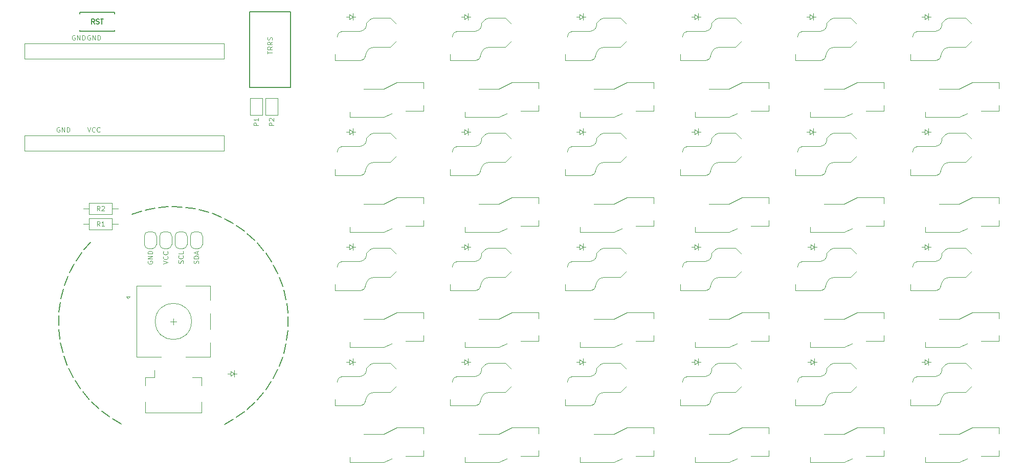
<source format=gbr>
%TF.GenerationSoftware,KiCad,Pcbnew,7.0.5*%
%TF.CreationDate,2024-08-02T10:00:01+08:00*%
%TF.ProjectId,TPS,5450532e-6b69-4636-9164-5f7063625858,rev?*%
%TF.SameCoordinates,Original*%
%TF.FileFunction,Legend,Top*%
%TF.FilePolarity,Positive*%
%FSLAX46Y46*%
G04 Gerber Fmt 4.6, Leading zero omitted, Abs format (unit mm)*
G04 Created by KiCad (PCBNEW 7.0.5) date 2024-08-02 10:00:01*
%MOMM*%
%LPD*%
G01*
G04 APERTURE LIST*
%ADD10C,0.150000*%
%ADD11C,0.120000*%
%ADD12C,0.100000*%
G04 APERTURE END LIST*
D10*
X54609258Y-97380810D02*
X53172632Y-96570319D01*
X52668441Y-96245109D02*
X51337631Y-95270565D01*
X50875394Y-94888065D02*
X49669041Y-93763119D01*
X49255231Y-93328687D02*
X48190234Y-92069096D01*
X47830648Y-91588817D02*
X46921923Y-90212224D01*
X46621597Y-89692825D02*
X45881874Y-88218512D01*
X45645016Y-87667270D02*
X45084655Y-86115888D01*
X44914582Y-85540523D02*
X44541433Y-83933803D01*
X44440527Y-83342374D02*
X44259817Y-81702821D01*
X44229491Y-81103613D02*
X44243751Y-79454193D01*
X44284431Y-78855599D02*
X44493461Y-77219415D01*
X44604577Y-76629820D02*
X45005448Y-75029791D01*
X45185444Y-74457452D02*
X45772542Y-72915990D01*
X46018896Y-72368925D02*
X46783998Y-70907622D01*
X47093258Y-70393493D02*
X48025647Y-69032817D01*
X48393483Y-68558827D02*
X49480098Y-67317836D01*
X56400785Y-62708132D02*
X57964673Y-62183686D01*
X58543806Y-62026923D02*
X60158702Y-61690915D01*
X60752300Y-61603671D02*
X62395583Y-61460808D01*
X62995331Y-61444305D02*
X64643984Y-61496587D01*
X65241481Y-61551057D02*
X66872411Y-61797752D01*
X67459288Y-61922432D02*
X69049650Y-62360084D01*
X69617687Y-62553227D02*
X71145204Y-63175707D01*
X71686444Y-63434607D02*
X73129720Y-64233195D01*
X73636582Y-64554227D02*
X74975401Y-65517737D01*
X75440785Y-65896403D02*
X76656395Y-67011339D01*
X77073782Y-67442336D02*
X78149154Y-68693081D01*
X78512698Y-69170371D02*
X79432770Y-70539406D01*
X79737379Y-71056304D02*
X80489264Y-72524452D01*
X80730671Y-73073718D02*
X81303836Y-74620415D01*
X81478659Y-75194354D02*
X81865076Y-76797935D01*
X81970867Y-77388510D02*
X82165124Y-79026513D01*
X82200401Y-79625450D02*
X82199776Y-81274931D01*
X82164045Y-81873841D02*
X81968548Y-83511697D01*
X81862309Y-84102191D02*
X81474677Y-85705479D01*
X81299419Y-86279286D02*
X80725082Y-87825548D01*
X80483259Y-88374630D02*
X79730263Y-89842209D01*
X79425262Y-90358876D02*
X78504153Y-91727213D01*
X78140247Y-92204227D02*
X77063928Y-93454158D01*
X76646214Y-93884838D02*
X75429760Y-94998853D01*
X74964089Y-95377166D02*
X73624540Y-96339662D01*
X73117436Y-96660309D02*
X71685894Y-97451666D01*
D11*
%TO.C,T1*%
X78777855Y-36132523D02*
X78777855Y-35675380D01*
X79577855Y-35903952D02*
X78777855Y-35903952D01*
X79577855Y-34951570D02*
X79196902Y-35218237D01*
X79577855Y-35408713D02*
X78777855Y-35408713D01*
X78777855Y-35408713D02*
X78777855Y-35103951D01*
X78777855Y-35103951D02*
X78815950Y-35027761D01*
X78815950Y-35027761D02*
X78854045Y-34989666D01*
X78854045Y-34989666D02*
X78930236Y-34951570D01*
X78930236Y-34951570D02*
X79044521Y-34951570D01*
X79044521Y-34951570D02*
X79120712Y-34989666D01*
X79120712Y-34989666D02*
X79158807Y-35027761D01*
X79158807Y-35027761D02*
X79196902Y-35103951D01*
X79196902Y-35103951D02*
X79196902Y-35408713D01*
X79577855Y-34151570D02*
X79196902Y-34418237D01*
X79577855Y-34608713D02*
X78777855Y-34608713D01*
X78777855Y-34608713D02*
X78777855Y-34303951D01*
X78777855Y-34303951D02*
X78815950Y-34227761D01*
X78815950Y-34227761D02*
X78854045Y-34189666D01*
X78854045Y-34189666D02*
X78930236Y-34151570D01*
X78930236Y-34151570D02*
X79044521Y-34151570D01*
X79044521Y-34151570D02*
X79120712Y-34189666D01*
X79120712Y-34189666D02*
X79158807Y-34227761D01*
X79158807Y-34227761D02*
X79196902Y-34303951D01*
X79196902Y-34303951D02*
X79196902Y-34608713D01*
X79539760Y-33846809D02*
X79577855Y-33732523D01*
X79577855Y-33732523D02*
X79577855Y-33542047D01*
X79577855Y-33542047D02*
X79539760Y-33465856D01*
X79539760Y-33465856D02*
X79501664Y-33427761D01*
X79501664Y-33427761D02*
X79425474Y-33389666D01*
X79425474Y-33389666D02*
X79349283Y-33389666D01*
X79349283Y-33389666D02*
X79273093Y-33427761D01*
X79273093Y-33427761D02*
X79234998Y-33465856D01*
X79234998Y-33465856D02*
X79196902Y-33542047D01*
X79196902Y-33542047D02*
X79158807Y-33694428D01*
X79158807Y-33694428D02*
X79120712Y-33770618D01*
X79120712Y-33770618D02*
X79082617Y-33808713D01*
X79082617Y-33808713D02*
X79006426Y-33846809D01*
X79006426Y-33846809D02*
X78930236Y-33846809D01*
X78930236Y-33846809D02*
X78854045Y-33808713D01*
X78854045Y-33808713D02*
X78815950Y-33770618D01*
X78815950Y-33770618D02*
X78777855Y-33694428D01*
X78777855Y-33694428D02*
X78777855Y-33503951D01*
X78777855Y-33503951D02*
X78815950Y-33389666D01*
%TO.C,R1*%
X51027667Y-64656855D02*
X50761000Y-64275902D01*
X50570524Y-64656855D02*
X50570524Y-63856855D01*
X50570524Y-63856855D02*
X50875286Y-63856855D01*
X50875286Y-63856855D02*
X50951476Y-63894950D01*
X50951476Y-63894950D02*
X50989571Y-63933045D01*
X50989571Y-63933045D02*
X51027667Y-64009236D01*
X51027667Y-64009236D02*
X51027667Y-64123521D01*
X51027667Y-64123521D02*
X50989571Y-64199712D01*
X50989571Y-64199712D02*
X50951476Y-64237807D01*
X50951476Y-64237807D02*
X50875286Y-64275902D01*
X50875286Y-64275902D02*
X50570524Y-64275902D01*
X51789571Y-64656855D02*
X51332428Y-64656855D01*
X51561000Y-64656855D02*
X51561000Y-63856855D01*
X51561000Y-63856855D02*
X51484809Y-63971140D01*
X51484809Y-63971140D02*
X51408619Y-64047331D01*
X51408619Y-64047331D02*
X51332428Y-64085426D01*
%TO.C,JP1*%
X77307855Y-47980475D02*
X76507855Y-47980475D01*
X76507855Y-47980475D02*
X76507855Y-47675713D01*
X76507855Y-47675713D02*
X76545950Y-47599523D01*
X76545950Y-47599523D02*
X76584045Y-47561428D01*
X76584045Y-47561428D02*
X76660236Y-47523332D01*
X76660236Y-47523332D02*
X76774521Y-47523332D01*
X76774521Y-47523332D02*
X76850712Y-47561428D01*
X76850712Y-47561428D02*
X76888807Y-47599523D01*
X76888807Y-47599523D02*
X76926902Y-47675713D01*
X76926902Y-47675713D02*
X76926902Y-47980475D01*
X77307855Y-46761428D02*
X77307855Y-47218571D01*
X77307855Y-46989999D02*
X76507855Y-46989999D01*
X76507855Y-46989999D02*
X76622140Y-47066190D01*
X76622140Y-47066190D02*
X76698331Y-47142380D01*
X76698331Y-47142380D02*
X76736426Y-47218571D01*
%TO.C,JP2*%
X79847855Y-47980475D02*
X79047855Y-47980475D01*
X79047855Y-47980475D02*
X79047855Y-47675713D01*
X79047855Y-47675713D02*
X79085950Y-47599523D01*
X79085950Y-47599523D02*
X79124045Y-47561428D01*
X79124045Y-47561428D02*
X79200236Y-47523332D01*
X79200236Y-47523332D02*
X79314521Y-47523332D01*
X79314521Y-47523332D02*
X79390712Y-47561428D01*
X79390712Y-47561428D02*
X79428807Y-47599523D01*
X79428807Y-47599523D02*
X79466902Y-47675713D01*
X79466902Y-47675713D02*
X79466902Y-47980475D01*
X79124045Y-47218571D02*
X79085950Y-47180475D01*
X79085950Y-47180475D02*
X79047855Y-47104285D01*
X79047855Y-47104285D02*
X79047855Y-46913809D01*
X79047855Y-46913809D02*
X79085950Y-46837618D01*
X79085950Y-46837618D02*
X79124045Y-46799523D01*
X79124045Y-46799523D02*
X79200236Y-46761428D01*
X79200236Y-46761428D02*
X79276426Y-46761428D01*
X79276426Y-46761428D02*
X79390712Y-46799523D01*
X79390712Y-46799523D02*
X79847855Y-47256666D01*
X79847855Y-47256666D02*
X79847855Y-46761428D01*
D10*
%TO.C,RST1*%
X50162905Y-31185295D02*
X49896238Y-30804342D01*
X49705762Y-31185295D02*
X49705762Y-30385295D01*
X49705762Y-30385295D02*
X50010524Y-30385295D01*
X50010524Y-30385295D02*
X50086714Y-30423390D01*
X50086714Y-30423390D02*
X50124809Y-30461485D01*
X50124809Y-30461485D02*
X50162905Y-30537676D01*
X50162905Y-30537676D02*
X50162905Y-30651961D01*
X50162905Y-30651961D02*
X50124809Y-30728152D01*
X50124809Y-30728152D02*
X50086714Y-30766247D01*
X50086714Y-30766247D02*
X50010524Y-30804342D01*
X50010524Y-30804342D02*
X49705762Y-30804342D01*
X50467666Y-31147200D02*
X50581952Y-31185295D01*
X50581952Y-31185295D02*
X50772428Y-31185295D01*
X50772428Y-31185295D02*
X50848619Y-31147200D01*
X50848619Y-31147200D02*
X50886714Y-31109104D01*
X50886714Y-31109104D02*
X50924809Y-31032914D01*
X50924809Y-31032914D02*
X50924809Y-30956723D01*
X50924809Y-30956723D02*
X50886714Y-30880533D01*
X50886714Y-30880533D02*
X50848619Y-30842438D01*
X50848619Y-30842438D02*
X50772428Y-30804342D01*
X50772428Y-30804342D02*
X50620047Y-30766247D01*
X50620047Y-30766247D02*
X50543857Y-30728152D01*
X50543857Y-30728152D02*
X50505762Y-30690057D01*
X50505762Y-30690057D02*
X50467666Y-30613866D01*
X50467666Y-30613866D02*
X50467666Y-30537676D01*
X50467666Y-30537676D02*
X50505762Y-30461485D01*
X50505762Y-30461485D02*
X50543857Y-30423390D01*
X50543857Y-30423390D02*
X50620047Y-30385295D01*
X50620047Y-30385295D02*
X50810524Y-30385295D01*
X50810524Y-30385295D02*
X50924809Y-30423390D01*
X51153381Y-30385295D02*
X51610524Y-30385295D01*
X51381952Y-31185295D02*
X51381952Y-30385295D01*
D11*
%TO.C,J1*%
X61511355Y-70924666D02*
X62311355Y-70657999D01*
X62311355Y-70657999D02*
X61511355Y-70391333D01*
X62235164Y-69667523D02*
X62273260Y-69705619D01*
X62273260Y-69705619D02*
X62311355Y-69819904D01*
X62311355Y-69819904D02*
X62311355Y-69896095D01*
X62311355Y-69896095D02*
X62273260Y-70010381D01*
X62273260Y-70010381D02*
X62197069Y-70086571D01*
X62197069Y-70086571D02*
X62120879Y-70124666D01*
X62120879Y-70124666D02*
X61968498Y-70162762D01*
X61968498Y-70162762D02*
X61854212Y-70162762D01*
X61854212Y-70162762D02*
X61701831Y-70124666D01*
X61701831Y-70124666D02*
X61625640Y-70086571D01*
X61625640Y-70086571D02*
X61549450Y-70010381D01*
X61549450Y-70010381D02*
X61511355Y-69896095D01*
X61511355Y-69896095D02*
X61511355Y-69819904D01*
X61511355Y-69819904D02*
X61549450Y-69705619D01*
X61549450Y-69705619D02*
X61587545Y-69667523D01*
X62235164Y-68867523D02*
X62273260Y-68905619D01*
X62273260Y-68905619D02*
X62311355Y-69019904D01*
X62311355Y-69019904D02*
X62311355Y-69096095D01*
X62311355Y-69096095D02*
X62273260Y-69210381D01*
X62273260Y-69210381D02*
X62197069Y-69286571D01*
X62197069Y-69286571D02*
X62120879Y-69324666D01*
X62120879Y-69324666D02*
X61968498Y-69362762D01*
X61968498Y-69362762D02*
X61854212Y-69362762D01*
X61854212Y-69362762D02*
X61701831Y-69324666D01*
X61701831Y-69324666D02*
X61625640Y-69286571D01*
X61625640Y-69286571D02*
X61549450Y-69210381D01*
X61549450Y-69210381D02*
X61511355Y-69096095D01*
X61511355Y-69096095D02*
X61511355Y-69019904D01*
X61511355Y-69019904D02*
X61549450Y-68905619D01*
X61549450Y-68905619D02*
X61587545Y-68867523D01*
X64813260Y-70810381D02*
X64851355Y-70696095D01*
X64851355Y-70696095D02*
X64851355Y-70505619D01*
X64851355Y-70505619D02*
X64813260Y-70429428D01*
X64813260Y-70429428D02*
X64775164Y-70391333D01*
X64775164Y-70391333D02*
X64698974Y-70353238D01*
X64698974Y-70353238D02*
X64622783Y-70353238D01*
X64622783Y-70353238D02*
X64546593Y-70391333D01*
X64546593Y-70391333D02*
X64508498Y-70429428D01*
X64508498Y-70429428D02*
X64470402Y-70505619D01*
X64470402Y-70505619D02*
X64432307Y-70658000D01*
X64432307Y-70658000D02*
X64394212Y-70734190D01*
X64394212Y-70734190D02*
X64356117Y-70772285D01*
X64356117Y-70772285D02*
X64279926Y-70810381D01*
X64279926Y-70810381D02*
X64203736Y-70810381D01*
X64203736Y-70810381D02*
X64127545Y-70772285D01*
X64127545Y-70772285D02*
X64089450Y-70734190D01*
X64089450Y-70734190D02*
X64051355Y-70658000D01*
X64051355Y-70658000D02*
X64051355Y-70467523D01*
X64051355Y-70467523D02*
X64089450Y-70353238D01*
X64775164Y-69553237D02*
X64813260Y-69591333D01*
X64813260Y-69591333D02*
X64851355Y-69705618D01*
X64851355Y-69705618D02*
X64851355Y-69781809D01*
X64851355Y-69781809D02*
X64813260Y-69896095D01*
X64813260Y-69896095D02*
X64737069Y-69972285D01*
X64737069Y-69972285D02*
X64660879Y-70010380D01*
X64660879Y-70010380D02*
X64508498Y-70048476D01*
X64508498Y-70048476D02*
X64394212Y-70048476D01*
X64394212Y-70048476D02*
X64241831Y-70010380D01*
X64241831Y-70010380D02*
X64165640Y-69972285D01*
X64165640Y-69972285D02*
X64089450Y-69896095D01*
X64089450Y-69896095D02*
X64051355Y-69781809D01*
X64051355Y-69781809D02*
X64051355Y-69705618D01*
X64051355Y-69705618D02*
X64089450Y-69591333D01*
X64089450Y-69591333D02*
X64127545Y-69553237D01*
X64851355Y-68829428D02*
X64851355Y-69210380D01*
X64851355Y-69210380D02*
X64051355Y-69210380D01*
X67353260Y-70829428D02*
X67391355Y-70715142D01*
X67391355Y-70715142D02*
X67391355Y-70524666D01*
X67391355Y-70524666D02*
X67353260Y-70448475D01*
X67353260Y-70448475D02*
X67315164Y-70410380D01*
X67315164Y-70410380D02*
X67238974Y-70372285D01*
X67238974Y-70372285D02*
X67162783Y-70372285D01*
X67162783Y-70372285D02*
X67086593Y-70410380D01*
X67086593Y-70410380D02*
X67048498Y-70448475D01*
X67048498Y-70448475D02*
X67010402Y-70524666D01*
X67010402Y-70524666D02*
X66972307Y-70677047D01*
X66972307Y-70677047D02*
X66934212Y-70753237D01*
X66934212Y-70753237D02*
X66896117Y-70791332D01*
X66896117Y-70791332D02*
X66819926Y-70829428D01*
X66819926Y-70829428D02*
X66743736Y-70829428D01*
X66743736Y-70829428D02*
X66667545Y-70791332D01*
X66667545Y-70791332D02*
X66629450Y-70753237D01*
X66629450Y-70753237D02*
X66591355Y-70677047D01*
X66591355Y-70677047D02*
X66591355Y-70486570D01*
X66591355Y-70486570D02*
X66629450Y-70372285D01*
X67391355Y-70029427D02*
X66591355Y-70029427D01*
X66591355Y-70029427D02*
X66591355Y-69838951D01*
X66591355Y-69838951D02*
X66629450Y-69724665D01*
X66629450Y-69724665D02*
X66705640Y-69648475D01*
X66705640Y-69648475D02*
X66781831Y-69610380D01*
X66781831Y-69610380D02*
X66934212Y-69572284D01*
X66934212Y-69572284D02*
X67048498Y-69572284D01*
X67048498Y-69572284D02*
X67200879Y-69610380D01*
X67200879Y-69610380D02*
X67277069Y-69648475D01*
X67277069Y-69648475D02*
X67353260Y-69724665D01*
X67353260Y-69724665D02*
X67391355Y-69838951D01*
X67391355Y-69838951D02*
X67391355Y-70029427D01*
X67162783Y-69267523D02*
X67162783Y-68886570D01*
X67391355Y-69343713D02*
X66591355Y-69077046D01*
X66591355Y-69077046D02*
X67391355Y-68810380D01*
X59009450Y-70467523D02*
X58971355Y-70543713D01*
X58971355Y-70543713D02*
X58971355Y-70657999D01*
X58971355Y-70657999D02*
X59009450Y-70772285D01*
X59009450Y-70772285D02*
X59085640Y-70848475D01*
X59085640Y-70848475D02*
X59161831Y-70886570D01*
X59161831Y-70886570D02*
X59314212Y-70924666D01*
X59314212Y-70924666D02*
X59428498Y-70924666D01*
X59428498Y-70924666D02*
X59580879Y-70886570D01*
X59580879Y-70886570D02*
X59657069Y-70848475D01*
X59657069Y-70848475D02*
X59733260Y-70772285D01*
X59733260Y-70772285D02*
X59771355Y-70657999D01*
X59771355Y-70657999D02*
X59771355Y-70581808D01*
X59771355Y-70581808D02*
X59733260Y-70467523D01*
X59733260Y-70467523D02*
X59695164Y-70429427D01*
X59695164Y-70429427D02*
X59428498Y-70429427D01*
X59428498Y-70429427D02*
X59428498Y-70581808D01*
X59771355Y-70086570D02*
X58971355Y-70086570D01*
X58971355Y-70086570D02*
X59771355Y-69629427D01*
X59771355Y-69629427D02*
X58971355Y-69629427D01*
X59771355Y-69248475D02*
X58971355Y-69248475D01*
X58971355Y-69248475D02*
X58971355Y-69057999D01*
X58971355Y-69057999D02*
X59009450Y-68943713D01*
X59009450Y-68943713D02*
X59085640Y-68867523D01*
X59085640Y-68867523D02*
X59161831Y-68829428D01*
X59161831Y-68829428D02*
X59314212Y-68791332D01*
X59314212Y-68791332D02*
X59428498Y-68791332D01*
X59428498Y-68791332D02*
X59580879Y-68829428D01*
X59580879Y-68829428D02*
X59657069Y-68867523D01*
X59657069Y-68867523D02*
X59733260Y-68943713D01*
X59733260Y-68943713D02*
X59771355Y-69057999D01*
X59771355Y-69057999D02*
X59771355Y-69248475D01*
%TO.C,R2*%
X51027667Y-62116855D02*
X50761000Y-61735902D01*
X50570524Y-62116855D02*
X50570524Y-61316855D01*
X50570524Y-61316855D02*
X50875286Y-61316855D01*
X50875286Y-61316855D02*
X50951476Y-61354950D01*
X50951476Y-61354950D02*
X50989571Y-61393045D01*
X50989571Y-61393045D02*
X51027667Y-61469236D01*
X51027667Y-61469236D02*
X51027667Y-61583521D01*
X51027667Y-61583521D02*
X50989571Y-61659712D01*
X50989571Y-61659712D02*
X50951476Y-61697807D01*
X50951476Y-61697807D02*
X50875286Y-61735902D01*
X50875286Y-61735902D02*
X50570524Y-61735902D01*
X51332428Y-61393045D02*
X51370524Y-61354950D01*
X51370524Y-61354950D02*
X51446714Y-61316855D01*
X51446714Y-61316855D02*
X51637190Y-61316855D01*
X51637190Y-61316855D02*
X51713381Y-61354950D01*
X51713381Y-61354950D02*
X51751476Y-61393045D01*
X51751476Y-61393045D02*
X51789571Y-61469236D01*
X51789571Y-61469236D02*
X51789571Y-61545426D01*
X51789571Y-61545426D02*
X51751476Y-61659712D01*
X51751476Y-61659712D02*
X51294333Y-62116855D01*
X51294333Y-62116855D02*
X51789571Y-62116855D01*
%TO.C,U1*%
X46891476Y-33067950D02*
X46815286Y-33029855D01*
X46815286Y-33029855D02*
X46701000Y-33029855D01*
X46701000Y-33029855D02*
X46586714Y-33067950D01*
X46586714Y-33067950D02*
X46510524Y-33144140D01*
X46510524Y-33144140D02*
X46472429Y-33220331D01*
X46472429Y-33220331D02*
X46434333Y-33372712D01*
X46434333Y-33372712D02*
X46434333Y-33486998D01*
X46434333Y-33486998D02*
X46472429Y-33639379D01*
X46472429Y-33639379D02*
X46510524Y-33715569D01*
X46510524Y-33715569D02*
X46586714Y-33791760D01*
X46586714Y-33791760D02*
X46701000Y-33829855D01*
X46701000Y-33829855D02*
X46777191Y-33829855D01*
X46777191Y-33829855D02*
X46891476Y-33791760D01*
X46891476Y-33791760D02*
X46929572Y-33753664D01*
X46929572Y-33753664D02*
X46929572Y-33486998D01*
X46929572Y-33486998D02*
X46777191Y-33486998D01*
X47272429Y-33829855D02*
X47272429Y-33029855D01*
X47272429Y-33029855D02*
X47729572Y-33829855D01*
X47729572Y-33829855D02*
X47729572Y-33029855D01*
X48110524Y-33829855D02*
X48110524Y-33029855D01*
X48110524Y-33029855D02*
X48301000Y-33029855D01*
X48301000Y-33029855D02*
X48415286Y-33067950D01*
X48415286Y-33067950D02*
X48491476Y-33144140D01*
X48491476Y-33144140D02*
X48529571Y-33220331D01*
X48529571Y-33220331D02*
X48567667Y-33372712D01*
X48567667Y-33372712D02*
X48567667Y-33486998D01*
X48567667Y-33486998D02*
X48529571Y-33639379D01*
X48529571Y-33639379D02*
X48491476Y-33715569D01*
X48491476Y-33715569D02*
X48415286Y-33791760D01*
X48415286Y-33791760D02*
X48301000Y-33829855D01*
X48301000Y-33829855D02*
X48110524Y-33829855D01*
X48974333Y-48269855D02*
X49241000Y-49069855D01*
X49241000Y-49069855D02*
X49507666Y-48269855D01*
X50231476Y-48993664D02*
X50193380Y-49031760D01*
X50193380Y-49031760D02*
X50079095Y-49069855D01*
X50079095Y-49069855D02*
X50002904Y-49069855D01*
X50002904Y-49069855D02*
X49888618Y-49031760D01*
X49888618Y-49031760D02*
X49812428Y-48955569D01*
X49812428Y-48955569D02*
X49774333Y-48879379D01*
X49774333Y-48879379D02*
X49736237Y-48726998D01*
X49736237Y-48726998D02*
X49736237Y-48612712D01*
X49736237Y-48612712D02*
X49774333Y-48460331D01*
X49774333Y-48460331D02*
X49812428Y-48384140D01*
X49812428Y-48384140D02*
X49888618Y-48307950D01*
X49888618Y-48307950D02*
X50002904Y-48269855D01*
X50002904Y-48269855D02*
X50079095Y-48269855D01*
X50079095Y-48269855D02*
X50193380Y-48307950D01*
X50193380Y-48307950D02*
X50231476Y-48346045D01*
X51031476Y-48993664D02*
X50993380Y-49031760D01*
X50993380Y-49031760D02*
X50879095Y-49069855D01*
X50879095Y-49069855D02*
X50802904Y-49069855D01*
X50802904Y-49069855D02*
X50688618Y-49031760D01*
X50688618Y-49031760D02*
X50612428Y-48955569D01*
X50612428Y-48955569D02*
X50574333Y-48879379D01*
X50574333Y-48879379D02*
X50536237Y-48726998D01*
X50536237Y-48726998D02*
X50536237Y-48612712D01*
X50536237Y-48612712D02*
X50574333Y-48460331D01*
X50574333Y-48460331D02*
X50612428Y-48384140D01*
X50612428Y-48384140D02*
X50688618Y-48307950D01*
X50688618Y-48307950D02*
X50802904Y-48269855D01*
X50802904Y-48269855D02*
X50879095Y-48269855D01*
X50879095Y-48269855D02*
X50993380Y-48307950D01*
X50993380Y-48307950D02*
X51031476Y-48346045D01*
X49431476Y-33067950D02*
X49355286Y-33029855D01*
X49355286Y-33029855D02*
X49241000Y-33029855D01*
X49241000Y-33029855D02*
X49126714Y-33067950D01*
X49126714Y-33067950D02*
X49050524Y-33144140D01*
X49050524Y-33144140D02*
X49012429Y-33220331D01*
X49012429Y-33220331D02*
X48974333Y-33372712D01*
X48974333Y-33372712D02*
X48974333Y-33486998D01*
X48974333Y-33486998D02*
X49012429Y-33639379D01*
X49012429Y-33639379D02*
X49050524Y-33715569D01*
X49050524Y-33715569D02*
X49126714Y-33791760D01*
X49126714Y-33791760D02*
X49241000Y-33829855D01*
X49241000Y-33829855D02*
X49317191Y-33829855D01*
X49317191Y-33829855D02*
X49431476Y-33791760D01*
X49431476Y-33791760D02*
X49469572Y-33753664D01*
X49469572Y-33753664D02*
X49469572Y-33486998D01*
X49469572Y-33486998D02*
X49317191Y-33486998D01*
X49812429Y-33829855D02*
X49812429Y-33029855D01*
X49812429Y-33029855D02*
X50269572Y-33829855D01*
X50269572Y-33829855D02*
X50269572Y-33029855D01*
X50650524Y-33829855D02*
X50650524Y-33029855D01*
X50650524Y-33029855D02*
X50841000Y-33029855D01*
X50841000Y-33029855D02*
X50955286Y-33067950D01*
X50955286Y-33067950D02*
X51031476Y-33144140D01*
X51031476Y-33144140D02*
X51069571Y-33220331D01*
X51069571Y-33220331D02*
X51107667Y-33372712D01*
X51107667Y-33372712D02*
X51107667Y-33486998D01*
X51107667Y-33486998D02*
X51069571Y-33639379D01*
X51069571Y-33639379D02*
X51031476Y-33715569D01*
X51031476Y-33715569D02*
X50955286Y-33791760D01*
X50955286Y-33791760D02*
X50841000Y-33829855D01*
X50841000Y-33829855D02*
X50650524Y-33829855D01*
X44351476Y-48307950D02*
X44275286Y-48269855D01*
X44275286Y-48269855D02*
X44161000Y-48269855D01*
X44161000Y-48269855D02*
X44046714Y-48307950D01*
X44046714Y-48307950D02*
X43970524Y-48384140D01*
X43970524Y-48384140D02*
X43932429Y-48460331D01*
X43932429Y-48460331D02*
X43894333Y-48612712D01*
X43894333Y-48612712D02*
X43894333Y-48726998D01*
X43894333Y-48726998D02*
X43932429Y-48879379D01*
X43932429Y-48879379D02*
X43970524Y-48955569D01*
X43970524Y-48955569D02*
X44046714Y-49031760D01*
X44046714Y-49031760D02*
X44161000Y-49069855D01*
X44161000Y-49069855D02*
X44237191Y-49069855D01*
X44237191Y-49069855D02*
X44351476Y-49031760D01*
X44351476Y-49031760D02*
X44389572Y-48993664D01*
X44389572Y-48993664D02*
X44389572Y-48726998D01*
X44389572Y-48726998D02*
X44237191Y-48726998D01*
X44732429Y-49069855D02*
X44732429Y-48269855D01*
X44732429Y-48269855D02*
X45189572Y-49069855D01*
X45189572Y-49069855D02*
X45189572Y-48269855D01*
X45570524Y-49069855D02*
X45570524Y-48269855D01*
X45570524Y-48269855D02*
X45761000Y-48269855D01*
X45761000Y-48269855D02*
X45875286Y-48307950D01*
X45875286Y-48307950D02*
X45951476Y-48384140D01*
X45951476Y-48384140D02*
X45989571Y-48460331D01*
X45989571Y-48460331D02*
X46027667Y-48612712D01*
X46027667Y-48612712D02*
X46027667Y-48726998D01*
X46027667Y-48726998D02*
X45989571Y-48879379D01*
X45989571Y-48879379D02*
X45951476Y-48955569D01*
X45951476Y-48955569D02*
X45875286Y-49031760D01*
X45875286Y-49031760D02*
X45761000Y-49069855D01*
X45761000Y-49069855D02*
X45570524Y-49069855D01*
%TO.C,SW16*%
X147154000Y-93379000D02*
X147154000Y-94321000D01*
X147154000Y-94321000D02*
X151240000Y-94321000D01*
X147519000Y-90066000D02*
X147434000Y-90493000D01*
X147708000Y-89783000D02*
X147519000Y-90066000D01*
X147991000Y-89594000D02*
X147708000Y-89783000D01*
X148318000Y-89529000D02*
X147991000Y-89594000D01*
X149600000Y-103775000D02*
X149600000Y-102875000D01*
X149600000Y-103775000D02*
X155200000Y-103775000D01*
X151118000Y-89529000D02*
X148318000Y-89529000D01*
X151240000Y-94321000D02*
X151550000Y-94262000D01*
X151550000Y-94262000D02*
X151824000Y-94092000D01*
X151556000Y-89442000D02*
X151118000Y-89529000D01*
X151824000Y-94092000D02*
X152017000Y-93834000D01*
X151900000Y-99075000D02*
X155200000Y-99075000D01*
X151923000Y-89198000D02*
X151556000Y-89442000D01*
X152017000Y-93834000D02*
X152099000Y-93536000D01*
X152099000Y-93536000D02*
X152253000Y-92978000D01*
X152167000Y-88831000D02*
X151923000Y-89198000D01*
X152253000Y-92978000D02*
X152591000Y-92525000D01*
X152254000Y-88171000D02*
X152254000Y-88393000D01*
X152254000Y-88393000D02*
X152167000Y-88831000D01*
X152591000Y-92525000D02*
X153070000Y-92226000D01*
X152787000Y-87638000D02*
X152254000Y-88171000D01*
X153070000Y-92226000D02*
X153632000Y-92121000D01*
X153129000Y-87409000D02*
X152787000Y-87638000D01*
X153532000Y-87329000D02*
X153129000Y-87409000D01*
X153632000Y-92121000D02*
X156279000Y-92121000D01*
X156279000Y-87329000D02*
X153532000Y-87329000D01*
X156279000Y-92121000D02*
X157300000Y-91100000D01*
X156510000Y-103175000D02*
X155200000Y-103775000D01*
X157216000Y-88266000D02*
X156279000Y-87329000D01*
X157400000Y-98025000D02*
X155200000Y-99075000D01*
X161800000Y-98025000D02*
X157400000Y-98025000D01*
X161800000Y-98025000D02*
X161800000Y-98975000D01*
X161800000Y-102725000D02*
X158800000Y-102725000D01*
X161800000Y-102725000D02*
X161800000Y-101775000D01*
%TO.C,SW3*%
X90004000Y-74329000D02*
X90004000Y-75271000D01*
X90004000Y-75271000D02*
X94090000Y-75271000D01*
X90369000Y-71016000D02*
X90284000Y-71443000D01*
X90558000Y-70733000D02*
X90369000Y-71016000D01*
X90841000Y-70544000D02*
X90558000Y-70733000D01*
X91168000Y-70479000D02*
X90841000Y-70544000D01*
X92450000Y-84725000D02*
X92450000Y-83825000D01*
X92450000Y-84725000D02*
X98050000Y-84725000D01*
X93968000Y-70479000D02*
X91168000Y-70479000D01*
X94090000Y-75271000D02*
X94400000Y-75212000D01*
X94400000Y-75212000D02*
X94674000Y-75042000D01*
X94406000Y-70392000D02*
X93968000Y-70479000D01*
X94674000Y-75042000D02*
X94867000Y-74784000D01*
X94750000Y-80025000D02*
X98050000Y-80025000D01*
X94773000Y-70148000D02*
X94406000Y-70392000D01*
X94867000Y-74784000D02*
X94949000Y-74486000D01*
X94949000Y-74486000D02*
X95103000Y-73928000D01*
X95017000Y-69781000D02*
X94773000Y-70148000D01*
X95103000Y-73928000D02*
X95441000Y-73475000D01*
X95104000Y-69121000D02*
X95104000Y-69343000D01*
X95104000Y-69343000D02*
X95017000Y-69781000D01*
X95441000Y-73475000D02*
X95920000Y-73176000D01*
X95637000Y-68588000D02*
X95104000Y-69121000D01*
X95920000Y-73176000D02*
X96482000Y-73071000D01*
X95979000Y-68359000D02*
X95637000Y-68588000D01*
X96382000Y-68279000D02*
X95979000Y-68359000D01*
X96482000Y-73071000D02*
X99129000Y-73071000D01*
X99129000Y-68279000D02*
X96382000Y-68279000D01*
X99129000Y-73071000D02*
X100150000Y-72050000D01*
X99360000Y-84125000D02*
X98050000Y-84725000D01*
X100066000Y-69216000D02*
X99129000Y-68279000D01*
X100250000Y-78975000D02*
X98050000Y-80025000D01*
X104650000Y-78975000D02*
X100250000Y-78975000D01*
X104650000Y-78975000D02*
X104650000Y-79925000D01*
X104650000Y-83675000D02*
X101650000Y-83675000D01*
X104650000Y-83675000D02*
X104650000Y-82725000D01*
%TO.C,SW4*%
X90004000Y-93379000D02*
X90004000Y-94321000D01*
X90004000Y-94321000D02*
X94090000Y-94321000D01*
X90369000Y-90066000D02*
X90284000Y-90493000D01*
X90558000Y-89783000D02*
X90369000Y-90066000D01*
X90841000Y-89594000D02*
X90558000Y-89783000D01*
X91168000Y-89529000D02*
X90841000Y-89594000D01*
X92450000Y-103775000D02*
X92450000Y-102875000D01*
X92450000Y-103775000D02*
X98050000Y-103775000D01*
X93968000Y-89529000D02*
X91168000Y-89529000D01*
X94090000Y-94321000D02*
X94400000Y-94262000D01*
X94400000Y-94262000D02*
X94674000Y-94092000D01*
X94406000Y-89442000D02*
X93968000Y-89529000D01*
X94674000Y-94092000D02*
X94867000Y-93834000D01*
X94750000Y-99075000D02*
X98050000Y-99075000D01*
X94773000Y-89198000D02*
X94406000Y-89442000D01*
X94867000Y-93834000D02*
X94949000Y-93536000D01*
X94949000Y-93536000D02*
X95103000Y-92978000D01*
X95017000Y-88831000D02*
X94773000Y-89198000D01*
X95103000Y-92978000D02*
X95441000Y-92525000D01*
X95104000Y-88171000D02*
X95104000Y-88393000D01*
X95104000Y-88393000D02*
X95017000Y-88831000D01*
X95441000Y-92525000D02*
X95920000Y-92226000D01*
X95637000Y-87638000D02*
X95104000Y-88171000D01*
X95920000Y-92226000D02*
X96482000Y-92121000D01*
X95979000Y-87409000D02*
X95637000Y-87638000D01*
X96382000Y-87329000D02*
X95979000Y-87409000D01*
X96482000Y-92121000D02*
X99129000Y-92121000D01*
X99129000Y-87329000D02*
X96382000Y-87329000D01*
X99129000Y-92121000D02*
X100150000Y-91100000D01*
X99360000Y-103175000D02*
X98050000Y-103775000D01*
X100066000Y-88266000D02*
X99129000Y-87329000D01*
X100250000Y-98025000D02*
X98050000Y-99075000D01*
X104650000Y-98025000D02*
X100250000Y-98025000D01*
X104650000Y-98025000D02*
X104650000Y-98975000D01*
X104650000Y-102725000D02*
X101650000Y-102725000D01*
X104650000Y-102725000D02*
X104650000Y-101775000D01*
%TO.C,SW1*%
X90004000Y-36229000D02*
X90004000Y-37171000D01*
X90004000Y-37171000D02*
X94090000Y-37171000D01*
X90369000Y-32916000D02*
X90284000Y-33343000D01*
X90558000Y-32633000D02*
X90369000Y-32916000D01*
X90841000Y-32444000D02*
X90558000Y-32633000D01*
X91168000Y-32379000D02*
X90841000Y-32444000D01*
X92450000Y-46625000D02*
X92450000Y-45725000D01*
X92450000Y-46625000D02*
X98050000Y-46625000D01*
X93968000Y-32379000D02*
X91168000Y-32379000D01*
X94090000Y-37171000D02*
X94400000Y-37112000D01*
X94400000Y-37112000D02*
X94674000Y-36942000D01*
X94406000Y-32292000D02*
X93968000Y-32379000D01*
X94674000Y-36942000D02*
X94867000Y-36684000D01*
X94750000Y-41925000D02*
X98050000Y-41925000D01*
X94773000Y-32048000D02*
X94406000Y-32292000D01*
X94867000Y-36684000D02*
X94949000Y-36386000D01*
X94949000Y-36386000D02*
X95103000Y-35828000D01*
X95017000Y-31681000D02*
X94773000Y-32048000D01*
X95103000Y-35828000D02*
X95441000Y-35375000D01*
X95104000Y-31021000D02*
X95104000Y-31243000D01*
X95104000Y-31243000D02*
X95017000Y-31681000D01*
X95441000Y-35375000D02*
X95920000Y-35076000D01*
X95637000Y-30488000D02*
X95104000Y-31021000D01*
X95920000Y-35076000D02*
X96482000Y-34971000D01*
X95979000Y-30259000D02*
X95637000Y-30488000D01*
X96382000Y-30179000D02*
X95979000Y-30259000D01*
X96482000Y-34971000D02*
X99129000Y-34971000D01*
X99129000Y-30179000D02*
X96382000Y-30179000D01*
X99129000Y-34971000D02*
X100150000Y-33950000D01*
X99360000Y-46025000D02*
X98050000Y-46625000D01*
X100066000Y-31116000D02*
X99129000Y-30179000D01*
X100250000Y-40875000D02*
X98050000Y-41925000D01*
X104650000Y-40875000D02*
X100250000Y-40875000D01*
X104650000Y-40875000D02*
X104650000Y-41825000D01*
X104650000Y-45575000D02*
X101650000Y-45575000D01*
X104650000Y-45575000D02*
X104650000Y-44625000D01*
%TO.C,SW7*%
X109054000Y-74329000D02*
X109054000Y-75271000D01*
X109054000Y-75271000D02*
X113140000Y-75271000D01*
X109419000Y-71016000D02*
X109334000Y-71443000D01*
X109608000Y-70733000D02*
X109419000Y-71016000D01*
X109891000Y-70544000D02*
X109608000Y-70733000D01*
X110218000Y-70479000D02*
X109891000Y-70544000D01*
X111500000Y-84725000D02*
X111500000Y-83825000D01*
X111500000Y-84725000D02*
X117100000Y-84725000D01*
X113018000Y-70479000D02*
X110218000Y-70479000D01*
X113140000Y-75271000D02*
X113450000Y-75212000D01*
X113450000Y-75212000D02*
X113724000Y-75042000D01*
X113456000Y-70392000D02*
X113018000Y-70479000D01*
X113724000Y-75042000D02*
X113917000Y-74784000D01*
X113800000Y-80025000D02*
X117100000Y-80025000D01*
X113823000Y-70148000D02*
X113456000Y-70392000D01*
X113917000Y-74784000D02*
X113999000Y-74486000D01*
X113999000Y-74486000D02*
X114153000Y-73928000D01*
X114067000Y-69781000D02*
X113823000Y-70148000D01*
X114153000Y-73928000D02*
X114491000Y-73475000D01*
X114154000Y-69121000D02*
X114154000Y-69343000D01*
X114154000Y-69343000D02*
X114067000Y-69781000D01*
X114491000Y-73475000D02*
X114970000Y-73176000D01*
X114687000Y-68588000D02*
X114154000Y-69121000D01*
X114970000Y-73176000D02*
X115532000Y-73071000D01*
X115029000Y-68359000D02*
X114687000Y-68588000D01*
X115432000Y-68279000D02*
X115029000Y-68359000D01*
X115532000Y-73071000D02*
X118179000Y-73071000D01*
X118179000Y-68279000D02*
X115432000Y-68279000D01*
X118179000Y-73071000D02*
X119200000Y-72050000D01*
X118410000Y-84125000D02*
X117100000Y-84725000D01*
X119116000Y-69216000D02*
X118179000Y-68279000D01*
X119300000Y-78975000D02*
X117100000Y-80025000D01*
X123700000Y-78975000D02*
X119300000Y-78975000D01*
X123700000Y-78975000D02*
X123700000Y-79925000D01*
X123700000Y-83675000D02*
X120700000Y-83675000D01*
X123700000Y-83675000D02*
X123700000Y-82725000D01*
%TO.C,SW9*%
X128104000Y-36229000D02*
X128104000Y-37171000D01*
X128104000Y-37171000D02*
X132190000Y-37171000D01*
X128469000Y-32916000D02*
X128384000Y-33343000D01*
X128658000Y-32633000D02*
X128469000Y-32916000D01*
X128941000Y-32444000D02*
X128658000Y-32633000D01*
X129268000Y-32379000D02*
X128941000Y-32444000D01*
X130550000Y-46625000D02*
X130550000Y-45725000D01*
X130550000Y-46625000D02*
X136150000Y-46625000D01*
X132068000Y-32379000D02*
X129268000Y-32379000D01*
X132190000Y-37171000D02*
X132500000Y-37112000D01*
X132500000Y-37112000D02*
X132774000Y-36942000D01*
X132506000Y-32292000D02*
X132068000Y-32379000D01*
X132774000Y-36942000D02*
X132967000Y-36684000D01*
X132850000Y-41925000D02*
X136150000Y-41925000D01*
X132873000Y-32048000D02*
X132506000Y-32292000D01*
X132967000Y-36684000D02*
X133049000Y-36386000D01*
X133049000Y-36386000D02*
X133203000Y-35828000D01*
X133117000Y-31681000D02*
X132873000Y-32048000D01*
X133203000Y-35828000D02*
X133541000Y-35375000D01*
X133204000Y-31021000D02*
X133204000Y-31243000D01*
X133204000Y-31243000D02*
X133117000Y-31681000D01*
X133541000Y-35375000D02*
X134020000Y-35076000D01*
X133737000Y-30488000D02*
X133204000Y-31021000D01*
X134020000Y-35076000D02*
X134582000Y-34971000D01*
X134079000Y-30259000D02*
X133737000Y-30488000D01*
X134482000Y-30179000D02*
X134079000Y-30259000D01*
X134582000Y-34971000D02*
X137229000Y-34971000D01*
X137229000Y-30179000D02*
X134482000Y-30179000D01*
X137229000Y-34971000D02*
X138250000Y-33950000D01*
X137460000Y-46025000D02*
X136150000Y-46625000D01*
X138166000Y-31116000D02*
X137229000Y-30179000D01*
X138350000Y-40875000D02*
X136150000Y-41925000D01*
X142750000Y-40875000D02*
X138350000Y-40875000D01*
X142750000Y-40875000D02*
X142750000Y-41825000D01*
X142750000Y-45575000D02*
X139750000Y-45575000D01*
X142750000Y-45575000D02*
X142750000Y-44625000D01*
%TO.C,SW17*%
X166204000Y-36229000D02*
X166204000Y-37171000D01*
X166204000Y-37171000D02*
X170290000Y-37171000D01*
X166569000Y-32916000D02*
X166484000Y-33343000D01*
X166758000Y-32633000D02*
X166569000Y-32916000D01*
X167041000Y-32444000D02*
X166758000Y-32633000D01*
X167368000Y-32379000D02*
X167041000Y-32444000D01*
X168650000Y-46625000D02*
X168650000Y-45725000D01*
X168650000Y-46625000D02*
X174250000Y-46625000D01*
X170168000Y-32379000D02*
X167368000Y-32379000D01*
X170290000Y-37171000D02*
X170600000Y-37112000D01*
X170600000Y-37112000D02*
X170874000Y-36942000D01*
X170606000Y-32292000D02*
X170168000Y-32379000D01*
X170874000Y-36942000D02*
X171067000Y-36684000D01*
X170950000Y-41925000D02*
X174250000Y-41925000D01*
X170973000Y-32048000D02*
X170606000Y-32292000D01*
X171067000Y-36684000D02*
X171149000Y-36386000D01*
X171149000Y-36386000D02*
X171303000Y-35828000D01*
X171217000Y-31681000D02*
X170973000Y-32048000D01*
X171303000Y-35828000D02*
X171641000Y-35375000D01*
X171304000Y-31021000D02*
X171304000Y-31243000D01*
X171304000Y-31243000D02*
X171217000Y-31681000D01*
X171641000Y-35375000D02*
X172120000Y-35076000D01*
X171837000Y-30488000D02*
X171304000Y-31021000D01*
X172120000Y-35076000D02*
X172682000Y-34971000D01*
X172179000Y-30259000D02*
X171837000Y-30488000D01*
X172582000Y-30179000D02*
X172179000Y-30259000D01*
X172682000Y-34971000D02*
X175329000Y-34971000D01*
X175329000Y-30179000D02*
X172582000Y-30179000D01*
X175329000Y-34971000D02*
X176350000Y-33950000D01*
X175560000Y-46025000D02*
X174250000Y-46625000D01*
X176266000Y-31116000D02*
X175329000Y-30179000D01*
X176450000Y-40875000D02*
X174250000Y-41925000D01*
X180850000Y-40875000D02*
X176450000Y-40875000D01*
X180850000Y-40875000D02*
X180850000Y-41825000D01*
X180850000Y-45575000D02*
X177850000Y-45575000D01*
X180850000Y-45575000D02*
X180850000Y-44625000D01*
%TO.C,SW22*%
X185254000Y-55279000D02*
X185254000Y-56221000D01*
X185254000Y-56221000D02*
X189340000Y-56221000D01*
X185619000Y-51966000D02*
X185534000Y-52393000D01*
X185808000Y-51683000D02*
X185619000Y-51966000D01*
X186091000Y-51494000D02*
X185808000Y-51683000D01*
X186418000Y-51429000D02*
X186091000Y-51494000D01*
X187700000Y-65675000D02*
X187700000Y-64775000D01*
X187700000Y-65675000D02*
X193300000Y-65675000D01*
X189218000Y-51429000D02*
X186418000Y-51429000D01*
X189340000Y-56221000D02*
X189650000Y-56162000D01*
X189650000Y-56162000D02*
X189924000Y-55992000D01*
X189656000Y-51342000D02*
X189218000Y-51429000D01*
X189924000Y-55992000D02*
X190117000Y-55734000D01*
X190000000Y-60975000D02*
X193300000Y-60975000D01*
X190023000Y-51098000D02*
X189656000Y-51342000D01*
X190117000Y-55734000D02*
X190199000Y-55436000D01*
X190199000Y-55436000D02*
X190353000Y-54878000D01*
X190267000Y-50731000D02*
X190023000Y-51098000D01*
X190353000Y-54878000D02*
X190691000Y-54425000D01*
X190354000Y-50071000D02*
X190354000Y-50293000D01*
X190354000Y-50293000D02*
X190267000Y-50731000D01*
X190691000Y-54425000D02*
X191170000Y-54126000D01*
X190887000Y-49538000D02*
X190354000Y-50071000D01*
X191170000Y-54126000D02*
X191732000Y-54021000D01*
X191229000Y-49309000D02*
X190887000Y-49538000D01*
X191632000Y-49229000D02*
X191229000Y-49309000D01*
X191732000Y-54021000D02*
X194379000Y-54021000D01*
X194379000Y-49229000D02*
X191632000Y-49229000D01*
X194379000Y-54021000D02*
X195400000Y-53000000D01*
X194610000Y-65075000D02*
X193300000Y-65675000D01*
X195316000Y-50166000D02*
X194379000Y-49229000D01*
X195500000Y-59925000D02*
X193300000Y-60975000D01*
X199900000Y-59925000D02*
X195500000Y-59925000D01*
X199900000Y-59925000D02*
X199900000Y-60875000D01*
X199900000Y-64625000D02*
X196900000Y-64625000D01*
X199900000Y-64625000D02*
X199900000Y-63675000D01*
%TO.C,SW21*%
X185254000Y-36229000D02*
X185254000Y-37171000D01*
X185254000Y-37171000D02*
X189340000Y-37171000D01*
X185619000Y-32916000D02*
X185534000Y-33343000D01*
X185808000Y-32633000D02*
X185619000Y-32916000D01*
X186091000Y-32444000D02*
X185808000Y-32633000D01*
X186418000Y-32379000D02*
X186091000Y-32444000D01*
X187700000Y-46625000D02*
X187700000Y-45725000D01*
X187700000Y-46625000D02*
X193300000Y-46625000D01*
X189218000Y-32379000D02*
X186418000Y-32379000D01*
X189340000Y-37171000D02*
X189650000Y-37112000D01*
X189650000Y-37112000D02*
X189924000Y-36942000D01*
X189656000Y-32292000D02*
X189218000Y-32379000D01*
X189924000Y-36942000D02*
X190117000Y-36684000D01*
X190000000Y-41925000D02*
X193300000Y-41925000D01*
X190023000Y-32048000D02*
X189656000Y-32292000D01*
X190117000Y-36684000D02*
X190199000Y-36386000D01*
X190199000Y-36386000D02*
X190353000Y-35828000D01*
X190267000Y-31681000D02*
X190023000Y-32048000D01*
X190353000Y-35828000D02*
X190691000Y-35375000D01*
X190354000Y-31021000D02*
X190354000Y-31243000D01*
X190354000Y-31243000D02*
X190267000Y-31681000D01*
X190691000Y-35375000D02*
X191170000Y-35076000D01*
X190887000Y-30488000D02*
X190354000Y-31021000D01*
X191170000Y-35076000D02*
X191732000Y-34971000D01*
X191229000Y-30259000D02*
X190887000Y-30488000D01*
X191632000Y-30179000D02*
X191229000Y-30259000D01*
X191732000Y-34971000D02*
X194379000Y-34971000D01*
X194379000Y-30179000D02*
X191632000Y-30179000D01*
X194379000Y-34971000D02*
X195400000Y-33950000D01*
X194610000Y-46025000D02*
X193300000Y-46625000D01*
X195316000Y-31116000D02*
X194379000Y-30179000D01*
X195500000Y-40875000D02*
X193300000Y-41925000D01*
X199900000Y-40875000D02*
X195500000Y-40875000D01*
X199900000Y-40875000D02*
X199900000Y-41825000D01*
X199900000Y-45575000D02*
X196900000Y-45575000D01*
X199900000Y-45575000D02*
X199900000Y-44625000D01*
%TO.C,SW23*%
X185254000Y-74329000D02*
X185254000Y-75271000D01*
X185254000Y-75271000D02*
X189340000Y-75271000D01*
X185619000Y-71016000D02*
X185534000Y-71443000D01*
X185808000Y-70733000D02*
X185619000Y-71016000D01*
X186091000Y-70544000D02*
X185808000Y-70733000D01*
X186418000Y-70479000D02*
X186091000Y-70544000D01*
X187700000Y-84725000D02*
X187700000Y-83825000D01*
X187700000Y-84725000D02*
X193300000Y-84725000D01*
X189218000Y-70479000D02*
X186418000Y-70479000D01*
X189340000Y-75271000D02*
X189650000Y-75212000D01*
X189650000Y-75212000D02*
X189924000Y-75042000D01*
X189656000Y-70392000D02*
X189218000Y-70479000D01*
X189924000Y-75042000D02*
X190117000Y-74784000D01*
X190000000Y-80025000D02*
X193300000Y-80025000D01*
X190023000Y-70148000D02*
X189656000Y-70392000D01*
X190117000Y-74784000D02*
X190199000Y-74486000D01*
X190199000Y-74486000D02*
X190353000Y-73928000D01*
X190267000Y-69781000D02*
X190023000Y-70148000D01*
X190353000Y-73928000D02*
X190691000Y-73475000D01*
X190354000Y-69121000D02*
X190354000Y-69343000D01*
X190354000Y-69343000D02*
X190267000Y-69781000D01*
X190691000Y-73475000D02*
X191170000Y-73176000D01*
X190887000Y-68588000D02*
X190354000Y-69121000D01*
X191170000Y-73176000D02*
X191732000Y-73071000D01*
X191229000Y-68359000D02*
X190887000Y-68588000D01*
X191632000Y-68279000D02*
X191229000Y-68359000D01*
X191732000Y-73071000D02*
X194379000Y-73071000D01*
X194379000Y-68279000D02*
X191632000Y-68279000D01*
X194379000Y-73071000D02*
X195400000Y-72050000D01*
X194610000Y-84125000D02*
X193300000Y-84725000D01*
X195316000Y-69216000D02*
X194379000Y-68279000D01*
X195500000Y-78975000D02*
X193300000Y-80025000D01*
X199900000Y-78975000D02*
X195500000Y-78975000D01*
X199900000Y-78975000D02*
X199900000Y-79925000D01*
X199900000Y-83675000D02*
X196900000Y-83675000D01*
X199900000Y-83675000D02*
X199900000Y-82725000D01*
%TO.C,SW18*%
X166204000Y-55279000D02*
X166204000Y-56221000D01*
X166204000Y-56221000D02*
X170290000Y-56221000D01*
X166569000Y-51966000D02*
X166484000Y-52393000D01*
X166758000Y-51683000D02*
X166569000Y-51966000D01*
X167041000Y-51494000D02*
X166758000Y-51683000D01*
X167368000Y-51429000D02*
X167041000Y-51494000D01*
X168650000Y-65675000D02*
X168650000Y-64775000D01*
X168650000Y-65675000D02*
X174250000Y-65675000D01*
X170168000Y-51429000D02*
X167368000Y-51429000D01*
X170290000Y-56221000D02*
X170600000Y-56162000D01*
X170600000Y-56162000D02*
X170874000Y-55992000D01*
X170606000Y-51342000D02*
X170168000Y-51429000D01*
X170874000Y-55992000D02*
X171067000Y-55734000D01*
X170950000Y-60975000D02*
X174250000Y-60975000D01*
X170973000Y-51098000D02*
X170606000Y-51342000D01*
X171067000Y-55734000D02*
X171149000Y-55436000D01*
X171149000Y-55436000D02*
X171303000Y-54878000D01*
X171217000Y-50731000D02*
X170973000Y-51098000D01*
X171303000Y-54878000D02*
X171641000Y-54425000D01*
X171304000Y-50071000D02*
X171304000Y-50293000D01*
X171304000Y-50293000D02*
X171217000Y-50731000D01*
X171641000Y-54425000D02*
X172120000Y-54126000D01*
X171837000Y-49538000D02*
X171304000Y-50071000D01*
X172120000Y-54126000D02*
X172682000Y-54021000D01*
X172179000Y-49309000D02*
X171837000Y-49538000D01*
X172582000Y-49229000D02*
X172179000Y-49309000D01*
X172682000Y-54021000D02*
X175329000Y-54021000D01*
X175329000Y-49229000D02*
X172582000Y-49229000D01*
X175329000Y-54021000D02*
X176350000Y-53000000D01*
X175560000Y-65075000D02*
X174250000Y-65675000D01*
X176266000Y-50166000D02*
X175329000Y-49229000D01*
X176450000Y-59925000D02*
X174250000Y-60975000D01*
X180850000Y-59925000D02*
X176450000Y-59925000D01*
X180850000Y-59925000D02*
X180850000Y-60875000D01*
X180850000Y-64625000D02*
X177850000Y-64625000D01*
X180850000Y-64625000D02*
X180850000Y-63675000D01*
%TO.C,SW13*%
X147154000Y-36229000D02*
X147154000Y-37171000D01*
X147154000Y-37171000D02*
X151240000Y-37171000D01*
X147519000Y-32916000D02*
X147434000Y-33343000D01*
X147708000Y-32633000D02*
X147519000Y-32916000D01*
X147991000Y-32444000D02*
X147708000Y-32633000D01*
X148318000Y-32379000D02*
X147991000Y-32444000D01*
X149600000Y-46625000D02*
X149600000Y-45725000D01*
X149600000Y-46625000D02*
X155200000Y-46625000D01*
X151118000Y-32379000D02*
X148318000Y-32379000D01*
X151240000Y-37171000D02*
X151550000Y-37112000D01*
X151550000Y-37112000D02*
X151824000Y-36942000D01*
X151556000Y-32292000D02*
X151118000Y-32379000D01*
X151824000Y-36942000D02*
X152017000Y-36684000D01*
X151900000Y-41925000D02*
X155200000Y-41925000D01*
X151923000Y-32048000D02*
X151556000Y-32292000D01*
X152017000Y-36684000D02*
X152099000Y-36386000D01*
X152099000Y-36386000D02*
X152253000Y-35828000D01*
X152167000Y-31681000D02*
X151923000Y-32048000D01*
X152253000Y-35828000D02*
X152591000Y-35375000D01*
X152254000Y-31021000D02*
X152254000Y-31243000D01*
X152254000Y-31243000D02*
X152167000Y-31681000D01*
X152591000Y-35375000D02*
X153070000Y-35076000D01*
X152787000Y-30488000D02*
X152254000Y-31021000D01*
X153070000Y-35076000D02*
X153632000Y-34971000D01*
X153129000Y-30259000D02*
X152787000Y-30488000D01*
X153532000Y-30179000D02*
X153129000Y-30259000D01*
X153632000Y-34971000D02*
X156279000Y-34971000D01*
X156279000Y-30179000D02*
X153532000Y-30179000D01*
X156279000Y-34971000D02*
X157300000Y-33950000D01*
X156510000Y-46025000D02*
X155200000Y-46625000D01*
X157216000Y-31116000D02*
X156279000Y-30179000D01*
X157400000Y-40875000D02*
X155200000Y-41925000D01*
X161800000Y-40875000D02*
X157400000Y-40875000D01*
X161800000Y-40875000D02*
X161800000Y-41825000D01*
X161800000Y-45575000D02*
X158800000Y-45575000D01*
X161800000Y-45575000D02*
X161800000Y-44625000D01*
%TO.C,SW12*%
X128104000Y-93379000D02*
X128104000Y-94321000D01*
X128104000Y-94321000D02*
X132190000Y-94321000D01*
X128469000Y-90066000D02*
X128384000Y-90493000D01*
X128658000Y-89783000D02*
X128469000Y-90066000D01*
X128941000Y-89594000D02*
X128658000Y-89783000D01*
X129268000Y-89529000D02*
X128941000Y-89594000D01*
X130550000Y-103775000D02*
X130550000Y-102875000D01*
X130550000Y-103775000D02*
X136150000Y-103775000D01*
X132068000Y-89529000D02*
X129268000Y-89529000D01*
X132190000Y-94321000D02*
X132500000Y-94262000D01*
X132500000Y-94262000D02*
X132774000Y-94092000D01*
X132506000Y-89442000D02*
X132068000Y-89529000D01*
X132774000Y-94092000D02*
X132967000Y-93834000D01*
X132850000Y-99075000D02*
X136150000Y-99075000D01*
X132873000Y-89198000D02*
X132506000Y-89442000D01*
X132967000Y-93834000D02*
X133049000Y-93536000D01*
X133049000Y-93536000D02*
X133203000Y-92978000D01*
X133117000Y-88831000D02*
X132873000Y-89198000D01*
X133203000Y-92978000D02*
X133541000Y-92525000D01*
X133204000Y-88171000D02*
X133204000Y-88393000D01*
X133204000Y-88393000D02*
X133117000Y-88831000D01*
X133541000Y-92525000D02*
X134020000Y-92226000D01*
X133737000Y-87638000D02*
X133204000Y-88171000D01*
X134020000Y-92226000D02*
X134582000Y-92121000D01*
X134079000Y-87409000D02*
X133737000Y-87638000D01*
X134482000Y-87329000D02*
X134079000Y-87409000D01*
X134582000Y-92121000D02*
X137229000Y-92121000D01*
X137229000Y-87329000D02*
X134482000Y-87329000D01*
X137229000Y-92121000D02*
X138250000Y-91100000D01*
X137460000Y-103175000D02*
X136150000Y-103775000D01*
X138166000Y-88266000D02*
X137229000Y-87329000D01*
X138350000Y-98025000D02*
X136150000Y-99075000D01*
X142750000Y-98025000D02*
X138350000Y-98025000D01*
X142750000Y-98025000D02*
X142750000Y-98975000D01*
X142750000Y-102725000D02*
X139750000Y-102725000D01*
X142750000Y-102725000D02*
X142750000Y-101775000D01*
%TO.C,SW14*%
X147154000Y-55279000D02*
X147154000Y-56221000D01*
X147154000Y-56221000D02*
X151240000Y-56221000D01*
X147519000Y-51966000D02*
X147434000Y-52393000D01*
X147708000Y-51683000D02*
X147519000Y-51966000D01*
X147991000Y-51494000D02*
X147708000Y-51683000D01*
X148318000Y-51429000D02*
X147991000Y-51494000D01*
X149600000Y-65675000D02*
X149600000Y-64775000D01*
X149600000Y-65675000D02*
X155200000Y-65675000D01*
X151118000Y-51429000D02*
X148318000Y-51429000D01*
X151240000Y-56221000D02*
X151550000Y-56162000D01*
X151550000Y-56162000D02*
X151824000Y-55992000D01*
X151556000Y-51342000D02*
X151118000Y-51429000D01*
X151824000Y-55992000D02*
X152017000Y-55734000D01*
X151900000Y-60975000D02*
X155200000Y-60975000D01*
X151923000Y-51098000D02*
X151556000Y-51342000D01*
X152017000Y-55734000D02*
X152099000Y-55436000D01*
X152099000Y-55436000D02*
X152253000Y-54878000D01*
X152167000Y-50731000D02*
X151923000Y-51098000D01*
X152253000Y-54878000D02*
X152591000Y-54425000D01*
X152254000Y-50071000D02*
X152254000Y-50293000D01*
X152254000Y-50293000D02*
X152167000Y-50731000D01*
X152591000Y-54425000D02*
X153070000Y-54126000D01*
X152787000Y-49538000D02*
X152254000Y-50071000D01*
X153070000Y-54126000D02*
X153632000Y-54021000D01*
X153129000Y-49309000D02*
X152787000Y-49538000D01*
X153532000Y-49229000D02*
X153129000Y-49309000D01*
X153632000Y-54021000D02*
X156279000Y-54021000D01*
X156279000Y-49229000D02*
X153532000Y-49229000D01*
X156279000Y-54021000D02*
X157300000Y-53000000D01*
X156510000Y-65075000D02*
X155200000Y-65675000D01*
X157216000Y-50166000D02*
X156279000Y-49229000D01*
X157400000Y-59925000D02*
X155200000Y-60975000D01*
X161800000Y-59925000D02*
X157400000Y-59925000D01*
X161800000Y-59925000D02*
X161800000Y-60875000D01*
X161800000Y-64625000D02*
X158800000Y-64625000D01*
X161800000Y-64625000D02*
X161800000Y-63675000D01*
%TO.C,SW5*%
X109054000Y-36229000D02*
X109054000Y-37171000D01*
X109054000Y-37171000D02*
X113140000Y-37171000D01*
X109419000Y-32916000D02*
X109334000Y-33343000D01*
X109608000Y-32633000D02*
X109419000Y-32916000D01*
X109891000Y-32444000D02*
X109608000Y-32633000D01*
X110218000Y-32379000D02*
X109891000Y-32444000D01*
X111500000Y-46625000D02*
X111500000Y-45725000D01*
X111500000Y-46625000D02*
X117100000Y-46625000D01*
X113018000Y-32379000D02*
X110218000Y-32379000D01*
X113140000Y-37171000D02*
X113450000Y-37112000D01*
X113450000Y-37112000D02*
X113724000Y-36942000D01*
X113456000Y-32292000D02*
X113018000Y-32379000D01*
X113724000Y-36942000D02*
X113917000Y-36684000D01*
X113800000Y-41925000D02*
X117100000Y-41925000D01*
X113823000Y-32048000D02*
X113456000Y-32292000D01*
X113917000Y-36684000D02*
X113999000Y-36386000D01*
X113999000Y-36386000D02*
X114153000Y-35828000D01*
X114067000Y-31681000D02*
X113823000Y-32048000D01*
X114153000Y-35828000D02*
X114491000Y-35375000D01*
X114154000Y-31021000D02*
X114154000Y-31243000D01*
X114154000Y-31243000D02*
X114067000Y-31681000D01*
X114491000Y-35375000D02*
X114970000Y-35076000D01*
X114687000Y-30488000D02*
X114154000Y-31021000D01*
X114970000Y-35076000D02*
X115532000Y-34971000D01*
X115029000Y-30259000D02*
X114687000Y-30488000D01*
X115432000Y-30179000D02*
X115029000Y-30259000D01*
X115532000Y-34971000D02*
X118179000Y-34971000D01*
X118179000Y-30179000D02*
X115432000Y-30179000D01*
X118179000Y-34971000D02*
X119200000Y-33950000D01*
X118410000Y-46025000D02*
X117100000Y-46625000D01*
X119116000Y-31116000D02*
X118179000Y-30179000D01*
X119300000Y-40875000D02*
X117100000Y-41925000D01*
X123700000Y-40875000D02*
X119300000Y-40875000D01*
X123700000Y-40875000D02*
X123700000Y-41825000D01*
X123700000Y-45575000D02*
X120700000Y-45575000D01*
X123700000Y-45575000D02*
X123700000Y-44625000D01*
%TO.C,SW11*%
X128104000Y-74329000D02*
X128104000Y-75271000D01*
X128104000Y-75271000D02*
X132190000Y-75271000D01*
X128469000Y-71016000D02*
X128384000Y-71443000D01*
X128658000Y-70733000D02*
X128469000Y-71016000D01*
X128941000Y-70544000D02*
X128658000Y-70733000D01*
X129268000Y-70479000D02*
X128941000Y-70544000D01*
X130550000Y-84725000D02*
X130550000Y-83825000D01*
X130550000Y-84725000D02*
X136150000Y-84725000D01*
X132068000Y-70479000D02*
X129268000Y-70479000D01*
X132190000Y-75271000D02*
X132500000Y-75212000D01*
X132500000Y-75212000D02*
X132774000Y-75042000D01*
X132506000Y-70392000D02*
X132068000Y-70479000D01*
X132774000Y-75042000D02*
X132967000Y-74784000D01*
X132850000Y-80025000D02*
X136150000Y-80025000D01*
X132873000Y-70148000D02*
X132506000Y-70392000D01*
X132967000Y-74784000D02*
X133049000Y-74486000D01*
X133049000Y-74486000D02*
X133203000Y-73928000D01*
X133117000Y-69781000D02*
X132873000Y-70148000D01*
X133203000Y-73928000D02*
X133541000Y-73475000D01*
X133204000Y-69121000D02*
X133204000Y-69343000D01*
X133204000Y-69343000D02*
X133117000Y-69781000D01*
X133541000Y-73475000D02*
X134020000Y-73176000D01*
X133737000Y-68588000D02*
X133204000Y-69121000D01*
X134020000Y-73176000D02*
X134582000Y-73071000D01*
X134079000Y-68359000D02*
X133737000Y-68588000D01*
X134482000Y-68279000D02*
X134079000Y-68359000D01*
X134582000Y-73071000D02*
X137229000Y-73071000D01*
X137229000Y-68279000D02*
X134482000Y-68279000D01*
X137229000Y-73071000D02*
X138250000Y-72050000D01*
X137460000Y-84125000D02*
X136150000Y-84725000D01*
X138166000Y-69216000D02*
X137229000Y-68279000D01*
X138350000Y-78975000D02*
X136150000Y-80025000D01*
X142750000Y-78975000D02*
X138350000Y-78975000D01*
X142750000Y-78975000D02*
X142750000Y-79925000D01*
X142750000Y-83675000D02*
X139750000Y-83675000D01*
X142750000Y-83675000D02*
X142750000Y-82725000D01*
%TO.C,SW20*%
X166204000Y-93379000D02*
X166204000Y-94321000D01*
X166204000Y-94321000D02*
X170290000Y-94321000D01*
X166569000Y-90066000D02*
X166484000Y-90493000D01*
X166758000Y-89783000D02*
X166569000Y-90066000D01*
X167041000Y-89594000D02*
X166758000Y-89783000D01*
X167368000Y-89529000D02*
X167041000Y-89594000D01*
X168650000Y-103775000D02*
X168650000Y-102875000D01*
X168650000Y-103775000D02*
X174250000Y-103775000D01*
X170168000Y-89529000D02*
X167368000Y-89529000D01*
X170290000Y-94321000D02*
X170600000Y-94262000D01*
X170600000Y-94262000D02*
X170874000Y-94092000D01*
X170606000Y-89442000D02*
X170168000Y-89529000D01*
X170874000Y-94092000D02*
X171067000Y-93834000D01*
X170950000Y-99075000D02*
X174250000Y-99075000D01*
X170973000Y-89198000D02*
X170606000Y-89442000D01*
X171067000Y-93834000D02*
X171149000Y-93536000D01*
X171149000Y-93536000D02*
X171303000Y-92978000D01*
X171217000Y-88831000D02*
X170973000Y-89198000D01*
X171303000Y-92978000D02*
X171641000Y-92525000D01*
X171304000Y-88171000D02*
X171304000Y-88393000D01*
X171304000Y-88393000D02*
X171217000Y-88831000D01*
X171641000Y-92525000D02*
X172120000Y-92226000D01*
X171837000Y-87638000D02*
X171304000Y-88171000D01*
X172120000Y-92226000D02*
X172682000Y-92121000D01*
X172179000Y-87409000D02*
X171837000Y-87638000D01*
X172582000Y-87329000D02*
X172179000Y-87409000D01*
X172682000Y-92121000D02*
X175329000Y-92121000D01*
X175329000Y-87329000D02*
X172582000Y-87329000D01*
X175329000Y-92121000D02*
X176350000Y-91100000D01*
X175560000Y-103175000D02*
X174250000Y-103775000D01*
X176266000Y-88266000D02*
X175329000Y-87329000D01*
X176450000Y-98025000D02*
X174250000Y-99075000D01*
X180850000Y-98025000D02*
X176450000Y-98025000D01*
X180850000Y-98025000D02*
X180850000Y-98975000D01*
X180850000Y-102725000D02*
X177850000Y-102725000D01*
X180850000Y-102725000D02*
X180850000Y-101775000D01*
%TO.C,SW15*%
X147154000Y-74329000D02*
X147154000Y-75271000D01*
X147154000Y-75271000D02*
X151240000Y-75271000D01*
X147519000Y-71016000D02*
X147434000Y-71443000D01*
X147708000Y-70733000D02*
X147519000Y-71016000D01*
X147991000Y-70544000D02*
X147708000Y-70733000D01*
X148318000Y-70479000D02*
X147991000Y-70544000D01*
X149600000Y-84725000D02*
X149600000Y-83825000D01*
X149600000Y-84725000D02*
X155200000Y-84725000D01*
X151118000Y-70479000D02*
X148318000Y-70479000D01*
X151240000Y-75271000D02*
X151550000Y-75212000D01*
X151550000Y-75212000D02*
X151824000Y-75042000D01*
X151556000Y-70392000D02*
X151118000Y-70479000D01*
X151824000Y-75042000D02*
X152017000Y-74784000D01*
X151900000Y-80025000D02*
X155200000Y-80025000D01*
X151923000Y-70148000D02*
X151556000Y-70392000D01*
X152017000Y-74784000D02*
X152099000Y-74486000D01*
X152099000Y-74486000D02*
X152253000Y-73928000D01*
X152167000Y-69781000D02*
X151923000Y-70148000D01*
X152253000Y-73928000D02*
X152591000Y-73475000D01*
X152254000Y-69121000D02*
X152254000Y-69343000D01*
X152254000Y-69343000D02*
X152167000Y-69781000D01*
X152591000Y-73475000D02*
X153070000Y-73176000D01*
X152787000Y-68588000D02*
X152254000Y-69121000D01*
X153070000Y-73176000D02*
X153632000Y-73071000D01*
X153129000Y-68359000D02*
X152787000Y-68588000D01*
X153532000Y-68279000D02*
X153129000Y-68359000D01*
X153632000Y-73071000D02*
X156279000Y-73071000D01*
X156279000Y-68279000D02*
X153532000Y-68279000D01*
X156279000Y-73071000D02*
X157300000Y-72050000D01*
X156510000Y-84125000D02*
X155200000Y-84725000D01*
X157216000Y-69216000D02*
X156279000Y-68279000D01*
X157400000Y-78975000D02*
X155200000Y-80025000D01*
X161800000Y-78975000D02*
X157400000Y-78975000D01*
X161800000Y-78975000D02*
X161800000Y-79925000D01*
X161800000Y-83675000D02*
X158800000Y-83675000D01*
X161800000Y-83675000D02*
X161800000Y-82725000D01*
%TO.C,SW10*%
X128104000Y-55279000D02*
X128104000Y-56221000D01*
X128104000Y-56221000D02*
X132190000Y-56221000D01*
X128469000Y-51966000D02*
X128384000Y-52393000D01*
X128658000Y-51683000D02*
X128469000Y-51966000D01*
X128941000Y-51494000D02*
X128658000Y-51683000D01*
X129268000Y-51429000D02*
X128941000Y-51494000D01*
X130550000Y-65675000D02*
X130550000Y-64775000D01*
X130550000Y-65675000D02*
X136150000Y-65675000D01*
X132068000Y-51429000D02*
X129268000Y-51429000D01*
X132190000Y-56221000D02*
X132500000Y-56162000D01*
X132500000Y-56162000D02*
X132774000Y-55992000D01*
X132506000Y-51342000D02*
X132068000Y-51429000D01*
X132774000Y-55992000D02*
X132967000Y-55734000D01*
X132850000Y-60975000D02*
X136150000Y-60975000D01*
X132873000Y-51098000D02*
X132506000Y-51342000D01*
X132967000Y-55734000D02*
X133049000Y-55436000D01*
X133049000Y-55436000D02*
X133203000Y-54878000D01*
X133117000Y-50731000D02*
X132873000Y-51098000D01*
X133203000Y-54878000D02*
X133541000Y-54425000D01*
X133204000Y-50071000D02*
X133204000Y-50293000D01*
X133204000Y-50293000D02*
X133117000Y-50731000D01*
X133541000Y-54425000D02*
X134020000Y-54126000D01*
X133737000Y-49538000D02*
X133204000Y-50071000D01*
X134020000Y-54126000D02*
X134582000Y-54021000D01*
X134079000Y-49309000D02*
X133737000Y-49538000D01*
X134482000Y-49229000D02*
X134079000Y-49309000D01*
X134582000Y-54021000D02*
X137229000Y-54021000D01*
X137229000Y-49229000D02*
X134482000Y-49229000D01*
X137229000Y-54021000D02*
X138250000Y-53000000D01*
X137460000Y-65075000D02*
X136150000Y-65675000D01*
X138166000Y-50166000D02*
X137229000Y-49229000D01*
X138350000Y-59925000D02*
X136150000Y-60975000D01*
X142750000Y-59925000D02*
X138350000Y-59925000D01*
X142750000Y-59925000D02*
X142750000Y-60875000D01*
X142750000Y-64625000D02*
X139750000Y-64625000D01*
X142750000Y-64625000D02*
X142750000Y-63675000D01*
%TO.C,SW6*%
X109054000Y-55279000D02*
X109054000Y-56221000D01*
X109054000Y-56221000D02*
X113140000Y-56221000D01*
X109419000Y-51966000D02*
X109334000Y-52393000D01*
X109608000Y-51683000D02*
X109419000Y-51966000D01*
X109891000Y-51494000D02*
X109608000Y-51683000D01*
X110218000Y-51429000D02*
X109891000Y-51494000D01*
X111500000Y-65675000D02*
X111500000Y-64775000D01*
X111500000Y-65675000D02*
X117100000Y-65675000D01*
X113018000Y-51429000D02*
X110218000Y-51429000D01*
X113140000Y-56221000D02*
X113450000Y-56162000D01*
X113450000Y-56162000D02*
X113724000Y-55992000D01*
X113456000Y-51342000D02*
X113018000Y-51429000D01*
X113724000Y-55992000D02*
X113917000Y-55734000D01*
X113800000Y-60975000D02*
X117100000Y-60975000D01*
X113823000Y-51098000D02*
X113456000Y-51342000D01*
X113917000Y-55734000D02*
X113999000Y-55436000D01*
X113999000Y-55436000D02*
X114153000Y-54878000D01*
X114067000Y-50731000D02*
X113823000Y-51098000D01*
X114153000Y-54878000D02*
X114491000Y-54425000D01*
X114154000Y-50071000D02*
X114154000Y-50293000D01*
X114154000Y-50293000D02*
X114067000Y-50731000D01*
X114491000Y-54425000D02*
X114970000Y-54126000D01*
X114687000Y-49538000D02*
X114154000Y-50071000D01*
X114970000Y-54126000D02*
X115532000Y-54021000D01*
X115029000Y-49309000D02*
X114687000Y-49538000D01*
X115432000Y-49229000D02*
X115029000Y-49309000D01*
X115532000Y-54021000D02*
X118179000Y-54021000D01*
X118179000Y-49229000D02*
X115432000Y-49229000D01*
X118179000Y-54021000D02*
X119200000Y-53000000D01*
X118410000Y-65075000D02*
X117100000Y-65675000D01*
X119116000Y-50166000D02*
X118179000Y-49229000D01*
X119300000Y-59925000D02*
X117100000Y-60975000D01*
X123700000Y-59925000D02*
X119300000Y-59925000D01*
X123700000Y-59925000D02*
X123700000Y-60875000D01*
X123700000Y-64625000D02*
X120700000Y-64625000D01*
X123700000Y-64625000D02*
X123700000Y-63675000D01*
%TO.C,SW2*%
X90004000Y-55279000D02*
X90004000Y-56221000D01*
X90004000Y-56221000D02*
X94090000Y-56221000D01*
X90369000Y-51966000D02*
X90284000Y-52393000D01*
X90558000Y-51683000D02*
X90369000Y-51966000D01*
X90841000Y-51494000D02*
X90558000Y-51683000D01*
X91168000Y-51429000D02*
X90841000Y-51494000D01*
X92450000Y-65675000D02*
X92450000Y-64775000D01*
X92450000Y-65675000D02*
X98050000Y-65675000D01*
X93968000Y-51429000D02*
X91168000Y-51429000D01*
X94090000Y-56221000D02*
X94400000Y-56162000D01*
X94400000Y-56162000D02*
X94674000Y-55992000D01*
X94406000Y-51342000D02*
X93968000Y-51429000D01*
X94674000Y-55992000D02*
X94867000Y-55734000D01*
X94750000Y-60975000D02*
X98050000Y-60975000D01*
X94773000Y-51098000D02*
X94406000Y-51342000D01*
X94867000Y-55734000D02*
X94949000Y-55436000D01*
X94949000Y-55436000D02*
X95103000Y-54878000D01*
X95017000Y-50731000D02*
X94773000Y-51098000D01*
X95103000Y-54878000D02*
X95441000Y-54425000D01*
X95104000Y-50071000D02*
X95104000Y-50293000D01*
X95104000Y-50293000D02*
X95017000Y-50731000D01*
X95441000Y-54425000D02*
X95920000Y-54126000D01*
X95637000Y-49538000D02*
X95104000Y-50071000D01*
X95920000Y-54126000D02*
X96482000Y-54021000D01*
X95979000Y-49309000D02*
X95637000Y-49538000D01*
X96382000Y-49229000D02*
X95979000Y-49309000D01*
X96482000Y-54021000D02*
X99129000Y-54021000D01*
X99129000Y-49229000D02*
X96382000Y-49229000D01*
X99129000Y-54021000D02*
X100150000Y-53000000D01*
X99360000Y-65075000D02*
X98050000Y-65675000D01*
X100066000Y-50166000D02*
X99129000Y-49229000D01*
X100250000Y-59925000D02*
X98050000Y-60975000D01*
X104650000Y-59925000D02*
X100250000Y-59925000D01*
X104650000Y-59925000D02*
X104650000Y-60875000D01*
X104650000Y-64625000D02*
X101650000Y-64625000D01*
X104650000Y-64625000D02*
X104650000Y-63675000D01*
%TO.C,SW24*%
X185254000Y-93379000D02*
X185254000Y-94321000D01*
X185254000Y-94321000D02*
X189340000Y-94321000D01*
X185619000Y-90066000D02*
X185534000Y-90493000D01*
X185808000Y-89783000D02*
X185619000Y-90066000D01*
X186091000Y-89594000D02*
X185808000Y-89783000D01*
X186418000Y-89529000D02*
X186091000Y-89594000D01*
X187700000Y-103775000D02*
X187700000Y-102875000D01*
X187700000Y-103775000D02*
X193300000Y-103775000D01*
X189218000Y-89529000D02*
X186418000Y-89529000D01*
X189340000Y-94321000D02*
X189650000Y-94262000D01*
X189650000Y-94262000D02*
X189924000Y-94092000D01*
X189656000Y-89442000D02*
X189218000Y-89529000D01*
X189924000Y-94092000D02*
X190117000Y-93834000D01*
X190000000Y-99075000D02*
X193300000Y-99075000D01*
X190023000Y-89198000D02*
X189656000Y-89442000D01*
X190117000Y-93834000D02*
X190199000Y-93536000D01*
X190199000Y-93536000D02*
X190353000Y-92978000D01*
X190267000Y-88831000D02*
X190023000Y-89198000D01*
X190353000Y-92978000D02*
X190691000Y-92525000D01*
X190354000Y-88171000D02*
X190354000Y-88393000D01*
X190354000Y-88393000D02*
X190267000Y-88831000D01*
X190691000Y-92525000D02*
X191170000Y-92226000D01*
X190887000Y-87638000D02*
X190354000Y-88171000D01*
X191170000Y-92226000D02*
X191732000Y-92121000D01*
X191229000Y-87409000D02*
X190887000Y-87638000D01*
X191632000Y-87329000D02*
X191229000Y-87409000D01*
X191732000Y-92121000D02*
X194379000Y-92121000D01*
X194379000Y-87329000D02*
X191632000Y-87329000D01*
X194379000Y-92121000D02*
X195400000Y-91100000D01*
X194610000Y-103175000D02*
X193300000Y-103775000D01*
X195316000Y-88266000D02*
X194379000Y-87329000D01*
X195500000Y-98025000D02*
X193300000Y-99075000D01*
X199900000Y-98025000D02*
X195500000Y-98025000D01*
X199900000Y-98025000D02*
X199900000Y-98975000D01*
X199900000Y-102725000D02*
X196900000Y-102725000D01*
X199900000Y-102725000D02*
X199900000Y-101775000D01*
%TO.C,SW8*%
X109054000Y-93379000D02*
X109054000Y-94321000D01*
X109054000Y-94321000D02*
X113140000Y-94321000D01*
X109419000Y-90066000D02*
X109334000Y-90493000D01*
X109608000Y-89783000D02*
X109419000Y-90066000D01*
X109891000Y-89594000D02*
X109608000Y-89783000D01*
X110218000Y-89529000D02*
X109891000Y-89594000D01*
X111500000Y-103775000D02*
X111500000Y-102875000D01*
X111500000Y-103775000D02*
X117100000Y-103775000D01*
X113018000Y-89529000D02*
X110218000Y-89529000D01*
X113140000Y-94321000D02*
X113450000Y-94262000D01*
X113450000Y-94262000D02*
X113724000Y-94092000D01*
X113456000Y-89442000D02*
X113018000Y-89529000D01*
X113724000Y-94092000D02*
X113917000Y-93834000D01*
X113800000Y-99075000D02*
X117100000Y-99075000D01*
X113823000Y-89198000D02*
X113456000Y-89442000D01*
X113917000Y-93834000D02*
X113999000Y-93536000D01*
X113999000Y-93536000D02*
X114153000Y-92978000D01*
X114067000Y-88831000D02*
X113823000Y-89198000D01*
X114153000Y-92978000D02*
X114491000Y-92525000D01*
X114154000Y-88171000D02*
X114154000Y-88393000D01*
X114154000Y-88393000D02*
X114067000Y-88831000D01*
X114491000Y-92525000D02*
X114970000Y-92226000D01*
X114687000Y-87638000D02*
X114154000Y-88171000D01*
X114970000Y-92226000D02*
X115532000Y-92121000D01*
X115029000Y-87409000D02*
X114687000Y-87638000D01*
X115432000Y-87329000D02*
X115029000Y-87409000D01*
X115532000Y-92121000D02*
X118179000Y-92121000D01*
X118179000Y-87329000D02*
X115432000Y-87329000D01*
X118179000Y-92121000D02*
X119200000Y-91100000D01*
X118410000Y-103175000D02*
X117100000Y-103775000D01*
X119116000Y-88266000D02*
X118179000Y-87329000D01*
X119300000Y-98025000D02*
X117100000Y-99075000D01*
X123700000Y-98025000D02*
X119300000Y-98025000D01*
X123700000Y-98025000D02*
X123700000Y-98975000D01*
X123700000Y-102725000D02*
X120700000Y-102725000D01*
X123700000Y-102725000D02*
X123700000Y-101775000D01*
%TO.C,SW19*%
X166204000Y-74329000D02*
X166204000Y-75271000D01*
X166204000Y-75271000D02*
X170290000Y-75271000D01*
X166569000Y-71016000D02*
X166484000Y-71443000D01*
X166758000Y-70733000D02*
X166569000Y-71016000D01*
X167041000Y-70544000D02*
X166758000Y-70733000D01*
X167368000Y-70479000D02*
X167041000Y-70544000D01*
X168650000Y-84725000D02*
X168650000Y-83825000D01*
X168650000Y-84725000D02*
X174250000Y-84725000D01*
X170168000Y-70479000D02*
X167368000Y-70479000D01*
X170290000Y-75271000D02*
X170600000Y-75212000D01*
X170600000Y-75212000D02*
X170874000Y-75042000D01*
X170606000Y-70392000D02*
X170168000Y-70479000D01*
X170874000Y-75042000D02*
X171067000Y-74784000D01*
X170950000Y-80025000D02*
X174250000Y-80025000D01*
X170973000Y-70148000D02*
X170606000Y-70392000D01*
X171067000Y-74784000D02*
X171149000Y-74486000D01*
X171149000Y-74486000D02*
X171303000Y-73928000D01*
X171217000Y-69781000D02*
X170973000Y-70148000D01*
X171303000Y-73928000D02*
X171641000Y-73475000D01*
X171304000Y-69121000D02*
X171304000Y-69343000D01*
X171304000Y-69343000D02*
X171217000Y-69781000D01*
X171641000Y-73475000D02*
X172120000Y-73176000D01*
X171837000Y-68588000D02*
X171304000Y-69121000D01*
X172120000Y-73176000D02*
X172682000Y-73071000D01*
X172179000Y-68359000D02*
X171837000Y-68588000D01*
X172582000Y-68279000D02*
X172179000Y-68359000D01*
X172682000Y-73071000D02*
X175329000Y-73071000D01*
X175329000Y-68279000D02*
X172582000Y-68279000D01*
X175329000Y-73071000D02*
X176350000Y-72050000D01*
X175560000Y-84125000D02*
X174250000Y-84725000D01*
X176266000Y-69216000D02*
X175329000Y-68279000D01*
X176450000Y-78975000D02*
X174250000Y-80025000D01*
X180850000Y-78975000D02*
X176450000Y-78975000D01*
X180850000Y-78975000D02*
X180850000Y-79925000D01*
X180850000Y-83675000D02*
X177850000Y-83675000D01*
X180850000Y-83675000D02*
X180850000Y-82725000D01*
D12*
%TO.C,D13*%
X150505600Y-30000000D02*
X150105600Y-30000000D01*
X150105600Y-30000000D02*
X150105600Y-30550000D01*
X150105600Y-30000000D02*
X150105600Y-29450000D01*
X150105600Y-30000000D02*
X149505600Y-30400000D01*
X149505600Y-30400000D02*
X149505600Y-29600000D01*
X149505600Y-30000000D02*
X149005600Y-30000000D01*
X149505600Y-29600000D02*
X150105600Y-30000000D01*
%TO.C,D20*%
X169685600Y-87150000D02*
X169285600Y-87150000D01*
X169285600Y-87150000D02*
X169285600Y-87700000D01*
X169285600Y-87150000D02*
X169285600Y-86600000D01*
X169285600Y-87150000D02*
X168685600Y-87550000D01*
X168685600Y-87550000D02*
X168685600Y-86750000D01*
X168685600Y-87150000D02*
X168185600Y-87150000D01*
X168685600Y-86750000D02*
X169285600Y-87150000D01*
%TO.C,D1*%
X93355600Y-30000000D02*
X92955600Y-30000000D01*
X92955600Y-30000000D02*
X92955600Y-30550000D01*
X92955600Y-30000000D02*
X92955600Y-29450000D01*
X92955600Y-30000000D02*
X92355600Y-30400000D01*
X92355600Y-30400000D02*
X92355600Y-29600000D01*
X92355600Y-30000000D02*
X91855600Y-30000000D01*
X92355600Y-29600000D02*
X92955600Y-30000000D01*
%TO.C,D18*%
X169555600Y-49050000D02*
X169155600Y-49050000D01*
X169155600Y-49050000D02*
X169155600Y-49600000D01*
X169155600Y-49050000D02*
X169155600Y-48500000D01*
X169155600Y-49050000D02*
X168555600Y-49450000D01*
X168555600Y-49450000D02*
X168555600Y-48650000D01*
X168555600Y-49050000D02*
X168055600Y-49050000D01*
X168555600Y-48650000D02*
X169155600Y-49050000D01*
%TO.C,D22*%
X188605600Y-49050000D02*
X188205600Y-49050000D01*
X188205600Y-49050000D02*
X188205600Y-49600000D01*
X188205600Y-49050000D02*
X188205600Y-48500000D01*
X188205600Y-49050000D02*
X187605600Y-49450000D01*
X187605600Y-49450000D02*
X187605600Y-48650000D01*
X187605600Y-49050000D02*
X187105600Y-49050000D01*
X187605600Y-48650000D02*
X188205600Y-49050000D01*
%TO.C,D6*%
X112405600Y-49050000D02*
X112005600Y-49050000D01*
X112005600Y-49050000D02*
X112005600Y-49600000D01*
X112005600Y-49050000D02*
X112005600Y-48500000D01*
X112005600Y-49050000D02*
X111405600Y-49450000D01*
X111405600Y-49450000D02*
X111405600Y-48650000D01*
X111405600Y-49050000D02*
X110905600Y-49050000D01*
X111405600Y-48650000D02*
X112005600Y-49050000D01*
D10*
%TO.C,T1*%
X75835800Y-29150000D02*
X75835800Y-37788000D01*
X75835800Y-29150000D02*
X82592200Y-29150000D01*
X75835800Y-37788000D02*
X75835800Y-41723000D01*
X82592200Y-29150000D02*
X82592200Y-41723000D01*
X82592200Y-41723000D02*
X75835800Y-41723000D01*
D12*
%TO.C,D2*%
X93355600Y-49050000D02*
X92955600Y-49050000D01*
X92955600Y-49050000D02*
X92955600Y-49600000D01*
X92955600Y-49050000D02*
X92955600Y-48500000D01*
X92955600Y-49050000D02*
X92355600Y-49450000D01*
X92355600Y-49450000D02*
X92355600Y-48650000D01*
X92355600Y-49050000D02*
X91855600Y-49050000D01*
X92355600Y-48650000D02*
X92955600Y-49050000D01*
%TO.C,D7*%
X112405600Y-68100000D02*
X112005600Y-68100000D01*
X112005600Y-68100000D02*
X112005600Y-68650000D01*
X112005600Y-68100000D02*
X112005600Y-67550000D01*
X112005600Y-68100000D02*
X111405600Y-68500000D01*
X111405600Y-68500000D02*
X111405600Y-67700000D01*
X111405600Y-68100000D02*
X110905600Y-68100000D01*
X111405600Y-67700000D02*
X112005600Y-68100000D01*
%TO.C,D19*%
X169685600Y-68100000D02*
X169285600Y-68100000D01*
X169285600Y-68100000D02*
X169285600Y-68650000D01*
X169285600Y-68100000D02*
X169285600Y-67550000D01*
X169285600Y-68100000D02*
X168685600Y-68500000D01*
X168685600Y-68500000D02*
X168685600Y-67700000D01*
X168685600Y-68100000D02*
X168185600Y-68100000D01*
X168685600Y-67700000D02*
X169285600Y-68100000D01*
D11*
%TO.C,JP5*%
X67327500Y-68393000D02*
X66727500Y-68393000D01*
X66027500Y-67693000D02*
X66027500Y-66293000D01*
X68027500Y-66293000D02*
X68027500Y-67693000D01*
X66727500Y-65593000D02*
X67327500Y-65593000D01*
X66027500Y-67693000D02*
G75*
G03*
X66727500Y-68393000I699999J-1D01*
G01*
X67327500Y-68393000D02*
G75*
G03*
X68027500Y-67693000I1J699999D01*
G01*
X66727500Y-65593000D02*
G75*
G03*
X66027500Y-66293000I0J-700000D01*
G01*
X68027500Y-66293000D02*
G75*
G03*
X67327500Y-65593000I-700000J0D01*
G01*
D12*
%TO.C,D12*%
X131455600Y-87150000D02*
X131055600Y-87150000D01*
X131055600Y-87150000D02*
X131055600Y-87700000D01*
X131055600Y-87150000D02*
X131055600Y-86600000D01*
X131055600Y-87150000D02*
X130455600Y-87550000D01*
X130455600Y-87550000D02*
X130455600Y-86750000D01*
X130455600Y-87150000D02*
X129955600Y-87150000D01*
X130455600Y-86750000D02*
X131055600Y-87150000D01*
%TO.C,D25*%
X73676600Y-89075000D02*
X73276600Y-89075000D01*
X73276600Y-89075000D02*
X73276600Y-89625000D01*
X73276600Y-89075000D02*
X73276600Y-88525000D01*
X73276600Y-89075000D02*
X72676600Y-89475000D01*
X72676600Y-89475000D02*
X72676600Y-88675000D01*
X72676600Y-89075000D02*
X72176600Y-89075000D01*
X72676600Y-88675000D02*
X73276600Y-89075000D01*
%TO.C,D4*%
X93355600Y-87150000D02*
X92955600Y-87150000D01*
X92955600Y-87150000D02*
X92955600Y-87700000D01*
X92955600Y-87150000D02*
X92955600Y-86600000D01*
X92955600Y-87150000D02*
X92355600Y-87550000D01*
X92355600Y-87550000D02*
X92355600Y-86750000D01*
X92355600Y-87150000D02*
X91855600Y-87150000D01*
X92355600Y-86750000D02*
X92955600Y-87150000D01*
%TO.C,D14*%
X150505600Y-49050000D02*
X150105600Y-49050000D01*
X150105600Y-49050000D02*
X150105600Y-49600000D01*
X150105600Y-49050000D02*
X150105600Y-48500000D01*
X150105600Y-49050000D02*
X149505600Y-49450000D01*
X149505600Y-49450000D02*
X149505600Y-48650000D01*
X149505600Y-49050000D02*
X149005600Y-49050000D01*
X149505600Y-48650000D02*
X150105600Y-49050000D01*
%TO.C,D11*%
X131455600Y-68100000D02*
X131055600Y-68100000D01*
X131055600Y-68100000D02*
X131055600Y-68650000D01*
X131055600Y-68100000D02*
X131055600Y-67550000D01*
X131055600Y-68100000D02*
X130455600Y-68500000D01*
X130455600Y-68500000D02*
X130455600Y-67700000D01*
X130455600Y-68100000D02*
X129955600Y-68100000D01*
X130455600Y-67700000D02*
X131055600Y-68100000D01*
%TO.C,D10*%
X131455600Y-49050000D02*
X131055600Y-49050000D01*
X131055600Y-49050000D02*
X131055600Y-49600000D01*
X131055600Y-49050000D02*
X131055600Y-48500000D01*
X131055600Y-49050000D02*
X130455600Y-49450000D01*
X130455600Y-49450000D02*
X130455600Y-48650000D01*
X130455600Y-49050000D02*
X129955600Y-49050000D01*
X130455600Y-48650000D02*
X131055600Y-49050000D01*
D11*
%TO.C,SW25*%
X55418000Y-76343000D02*
X56018000Y-76343000D01*
X55718000Y-76643000D02*
X55418000Y-76343000D01*
X56018000Y-76343000D02*
X55718000Y-76643000D01*
X57118000Y-74543000D02*
X57118000Y-86343000D01*
X61218000Y-74543000D02*
X57118000Y-74543000D01*
X61218000Y-86343000D02*
X57118000Y-86343000D01*
X62718000Y-80443000D02*
X63718000Y-80443000D01*
X63218000Y-79943000D02*
X63218000Y-80943000D01*
X65218000Y-74543000D02*
X69318000Y-74543000D01*
X69318000Y-74543000D02*
X69318000Y-76943000D01*
X69318000Y-79143000D02*
X69318000Y-81743000D01*
X69318000Y-83943000D02*
X69318000Y-86343000D01*
X69318000Y-86343000D02*
X65218000Y-86343000D01*
X66218000Y-80443000D02*
G75*
G03*
X66218000Y-80443000I-3000000J0D01*
G01*
%TO.C,R1*%
X48291000Y-64293000D02*
X49241000Y-64293000D01*
X49241000Y-63373000D02*
X49241000Y-65213000D01*
X49241000Y-65213000D02*
X53081000Y-65213000D01*
X53081000Y-63373000D02*
X49241000Y-63373000D01*
X53081000Y-65213000D02*
X53081000Y-63373000D01*
X54031000Y-64293000D02*
X53081000Y-64293000D01*
D12*
%TO.C,D16*%
X150505600Y-87150000D02*
X150105600Y-87150000D01*
X150105600Y-87150000D02*
X150105600Y-87700000D01*
X150105600Y-87150000D02*
X150105600Y-86600000D01*
X150105600Y-87150000D02*
X149505600Y-87550000D01*
X149505600Y-87550000D02*
X149505600Y-86750000D01*
X149505600Y-87150000D02*
X149005600Y-87150000D01*
X149505600Y-86750000D02*
X150105600Y-87150000D01*
%TO.C,D17*%
X169555600Y-30000000D02*
X169155600Y-30000000D01*
X169155600Y-30000000D02*
X169155600Y-30550000D01*
X169155600Y-30000000D02*
X169155600Y-29450000D01*
X169155600Y-30000000D02*
X168555600Y-30400000D01*
X168555600Y-30400000D02*
X168555600Y-29600000D01*
X168555600Y-30000000D02*
X168055600Y-30000000D01*
X168555600Y-29600000D02*
X169155600Y-30000000D01*
D11*
%TO.C,JP7*%
X62247500Y-68393000D02*
X61647500Y-68393000D01*
X60947500Y-67693000D02*
X60947500Y-66293000D01*
X62947500Y-66293000D02*
X62947500Y-67693000D01*
X61647500Y-65593000D02*
X62247500Y-65593000D01*
X60947500Y-67693000D02*
G75*
G03*
X61647500Y-68393000I699999J-1D01*
G01*
X62247500Y-68393000D02*
G75*
G03*
X62947500Y-67693000I1J699999D01*
G01*
X61647500Y-65593000D02*
G75*
G03*
X60947500Y-66293000I0J-700000D01*
G01*
X62947500Y-66293000D02*
G75*
G03*
X62247500Y-65593000I-700000J0D01*
G01*
%TO.C,JP1*%
X75944000Y-46250000D02*
X75944000Y-43450000D01*
X77944000Y-46250000D02*
X75944000Y-46250000D01*
X75944000Y-43450000D02*
X77944000Y-43450000D01*
X77944000Y-43450000D02*
X77944000Y-46250000D01*
%TO.C,JP2*%
X78484000Y-46250000D02*
X78484000Y-43450000D01*
X80484000Y-46250000D02*
X78484000Y-46250000D01*
X78484000Y-43450000D02*
X80484000Y-43450000D01*
X80484000Y-43450000D02*
X80484000Y-46250000D01*
D10*
%TO.C,RST1*%
X47751000Y-29223000D02*
X47751000Y-29473000D01*
X47751000Y-29223000D02*
X53451000Y-29223000D01*
X47751000Y-32423000D02*
X47751000Y-32173000D01*
X47751000Y-32423000D02*
X53451000Y-32423000D01*
X53451000Y-29223000D02*
X53451000Y-29473000D01*
X53451000Y-32423000D02*
X53451000Y-32173000D01*
D12*
%TO.C,D3*%
X93355600Y-68100000D02*
X92955600Y-68100000D01*
X92955600Y-68100000D02*
X92955600Y-68650000D01*
X92955600Y-68100000D02*
X92955600Y-67550000D01*
X92955600Y-68100000D02*
X92355600Y-68500000D01*
X92355600Y-68500000D02*
X92355600Y-67700000D01*
X92355600Y-68100000D02*
X91855600Y-68100000D01*
X92355600Y-67700000D02*
X92955600Y-68100000D01*
%TO.C,D15*%
X150505600Y-68100000D02*
X150105600Y-68100000D01*
X150105600Y-68100000D02*
X150105600Y-68650000D01*
X150105600Y-68100000D02*
X150105600Y-67550000D01*
X150105600Y-68100000D02*
X149505600Y-68500000D01*
X149505600Y-68500000D02*
X149505600Y-67700000D01*
X149505600Y-68100000D02*
X149005600Y-68100000D01*
X149505600Y-67700000D02*
X150105600Y-68100000D01*
%TO.C,D8*%
X112405600Y-87150000D02*
X112005600Y-87150000D01*
X112005600Y-87150000D02*
X112005600Y-87700000D01*
X112005600Y-87150000D02*
X112005600Y-86600000D01*
X112005600Y-87150000D02*
X111405600Y-87550000D01*
X111405600Y-87550000D02*
X111405600Y-86750000D01*
X111405600Y-87150000D02*
X110905600Y-87150000D01*
X111405600Y-86750000D02*
X112005600Y-87150000D01*
%TO.C,D9*%
X131455600Y-30000000D02*
X131055600Y-30000000D01*
X131055600Y-30000000D02*
X131055600Y-30550000D01*
X131055600Y-30000000D02*
X131055600Y-29450000D01*
X131055600Y-30000000D02*
X130455600Y-30400000D01*
X130455600Y-30400000D02*
X130455600Y-29600000D01*
X130455600Y-30000000D02*
X129955600Y-30000000D01*
X130455600Y-29600000D02*
X131055600Y-30000000D01*
%TO.C,D24*%
X188605600Y-87150000D02*
X188205600Y-87150000D01*
X188205600Y-87150000D02*
X188205600Y-87700000D01*
X188205600Y-87150000D02*
X188205600Y-86600000D01*
X188205600Y-87150000D02*
X187605600Y-87550000D01*
X187605600Y-87550000D02*
X187605600Y-86750000D01*
X187605600Y-87150000D02*
X187105600Y-87150000D01*
X187605600Y-86750000D02*
X188205600Y-87150000D01*
D11*
%TO.C,J2*%
X58571000Y-89743000D02*
X58571000Y-91083000D01*
X58571000Y-93803000D02*
X58571000Y-95543000D01*
X58571000Y-95543000D02*
X67871000Y-95543000D01*
X60061000Y-89743000D02*
X58571000Y-89743000D01*
X60061000Y-89743000D02*
X60061000Y-88543000D01*
X66381000Y-89743000D02*
X67871000Y-89743000D01*
X67871000Y-89743000D02*
X67871000Y-91083000D01*
X67871000Y-95543000D02*
X67871000Y-93803000D01*
%TO.C,R2*%
X48291000Y-61753000D02*
X49241000Y-61753000D01*
X49241000Y-60833000D02*
X49241000Y-62673000D01*
X49241000Y-62673000D02*
X53081000Y-62673000D01*
X53081000Y-60833000D02*
X49241000Y-60833000D01*
X53081000Y-62673000D02*
X53081000Y-60833000D01*
X54031000Y-61753000D02*
X53081000Y-61753000D01*
D12*
%TO.C,D21*%
X188605600Y-30000000D02*
X188205600Y-30000000D01*
X188205600Y-30000000D02*
X188205600Y-30550000D01*
X188205600Y-30000000D02*
X188205600Y-29450000D01*
X188205600Y-30000000D02*
X187605600Y-30400000D01*
X187605600Y-30400000D02*
X187605600Y-29600000D01*
X187605600Y-30000000D02*
X187105600Y-30000000D01*
X187605600Y-29600000D02*
X188205600Y-30000000D01*
%TO.C,D5*%
X112405600Y-30000000D02*
X112005600Y-30000000D01*
X112005600Y-30000000D02*
X112005600Y-30550000D01*
X112005600Y-30000000D02*
X112005600Y-29450000D01*
X112005600Y-30000000D02*
X111405600Y-30400000D01*
X111405600Y-30400000D02*
X111405600Y-29600000D01*
X111405600Y-30000000D02*
X110905600Y-30000000D01*
X111405600Y-29600000D02*
X112005600Y-30000000D01*
%TO.C,D23*%
X188605600Y-68100000D02*
X188205600Y-68100000D01*
X188205600Y-68100000D02*
X188205600Y-68650000D01*
X188205600Y-68100000D02*
X188205600Y-67550000D01*
X188205600Y-68100000D02*
X187605600Y-68500000D01*
X187605600Y-68500000D02*
X187605600Y-67700000D01*
X187605600Y-68100000D02*
X187105600Y-68100000D01*
X187605600Y-67700000D02*
X188205600Y-68100000D01*
D11*
%TO.C,JP6*%
X64787500Y-68393000D02*
X64187500Y-68393000D01*
X63487500Y-67693000D02*
X63487500Y-66293000D01*
X65487500Y-66293000D02*
X65487500Y-67693000D01*
X64187500Y-65593000D02*
X64787500Y-65593000D01*
X63487500Y-67693000D02*
G75*
G03*
X64187500Y-68393000I699999J-1D01*
G01*
X64787500Y-68393000D02*
G75*
G03*
X65487500Y-67693000I1J699999D01*
G01*
X64187500Y-65593000D02*
G75*
G03*
X63487500Y-66293000I0J-700000D01*
G01*
X65487500Y-66293000D02*
G75*
G03*
X64787500Y-65593000I-700000J0D01*
G01*
%TO.C,JP8*%
X59707500Y-68393000D02*
X59107500Y-68393000D01*
X58407500Y-67693000D02*
X58407500Y-66293000D01*
X60407500Y-66293000D02*
X60407500Y-67693000D01*
X59107500Y-65593000D02*
X59707500Y-65593000D01*
X58407500Y-67693000D02*
G75*
G03*
X59107500Y-68393000I699999J-1D01*
G01*
X59707500Y-68393000D02*
G75*
G03*
X60407500Y-67693000I1J699999D01*
G01*
X59107500Y-65593000D02*
G75*
G03*
X58407500Y-66293000I0J-700000D01*
G01*
X60407500Y-66293000D02*
G75*
G03*
X59707500Y-65593000I-700000J0D01*
G01*
%TO.C,U1*%
X71631000Y-34411000D02*
X71631000Y-36951000D01*
X38611000Y-34411000D02*
X71631000Y-34411000D01*
X38611000Y-36951000D02*
X38611000Y-34411000D01*
X38611000Y-36951000D02*
X71631000Y-36951000D01*
X71631000Y-49651000D02*
X71631000Y-52191000D01*
X38611000Y-49651000D02*
X71631000Y-49651000D01*
X38611000Y-52191000D02*
X38611000Y-49651000D01*
X38611000Y-52191000D02*
X71631000Y-52191000D01*
%TD*%
M02*

</source>
